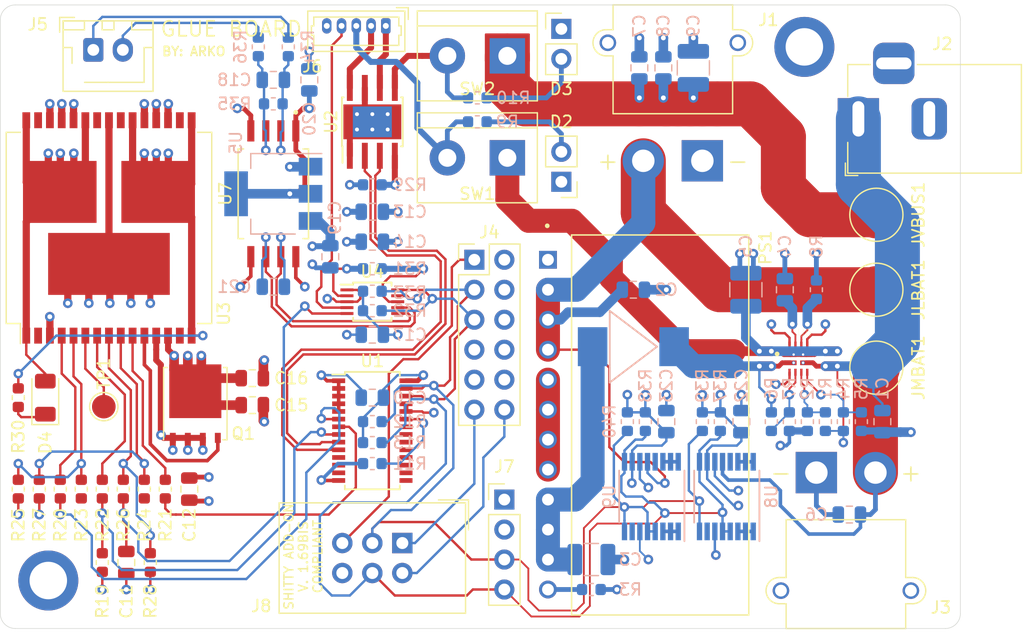
<source format=kicad_pcb>
(kicad_pcb (version 20171130) (host pcbnew "(5.1.5-0-10_14)")
  (layers (0 F.Cu signal) (1 In1.Cu signal hide) (2 In2.Cu signal hide) (31 B.Cu signal) (34 B.Paste user) (35 F.Paste user) (36 B.SilkS user) (37 F.SilkS user) (38 B.Mask user) (39 F.Mask user hide) (44 Edge.Cuts user))
  (net 0 "")
  (net 1 "Net-(U1-Pad22)")
  (net 2 "Net-(U1-Pad21)")
  (net 3 "Net-(U1-Pad20)")
  (net 4 "Net-(U1-Pad19)")
  (net 5 "Net-(U1-Pad18)")
  (net 6 "Net-(U1-Pad17)")
  (net 7 "Net-(U1-Pad16)")
  (net 8 "Net-(U1-Pad15)")
  (net 9 "Net-(U1-Pad13)")
  (net 10 "Net-(U1-Pad12)")
  (net 11 "Net-(U1-Pad11)")
  (net 12 "Net-(U3-Pad2)")
  (net 13 "Net-(PS1-Pad12)")
  (net 14 "Net-(PS1-Pad1)")
  (net 15 "Net-(U3-Pad29)")
  (net 16 "Net-(U3-Pad24)")
  (net 17 "Net-(U3-Pad22)")
  (net 18 "Net-(U3-Pad17)")
  (net 19 "Net-(U3-Pad14)")
  (net 20 "Net-(Q1-Pad4)")
  (net 21 GND)
  (net 22 "Net-(C1-Pad1)")
  (net 23 VBUS)
  (net 24 "Net-(C3-Pad1)")
  (net 25 "Net-(C4-Pad1)")
  (net 26 +5V)
  (net 27 "Net-(D1-Pad1)")
  (net 28 "Net-(R1-Pad2)")
  (net 29 "Net-(R4-Pad2)")
  (net 30 "Net-(R6-Pad2)")
  (net 31 "Net-(R8-Pad1)")
  (net 32 "Net-(C5-Pad1)")
  (net 33 "Net-(C7-Pad1)")
  (net 34 "Net-(D2-Pad2)")
  (net 35 "Net-(D3-Pad2)")
  (net 36 GPIO79)
  (net 37 GPIO50)
  (net 38 UART2_RX)
  (net 39 UART2_TX)
  (net 40 GPIO216)
  (net 41 SCL)
  (net 42 SDA)
  (net 43 VCC)
  (net 44 DRIVE_CS_ADC)
  (net 45 "Net-(D4-Pad1)")
  (net 46 STEERING_POS_ADC)
  (net 47 "Net-(J6-Pad2)")
  (net 48 "Net-(J6-Pad1)")
  (net 49 "Net-(R11-Pad2)")
  (net 50 INA)
  (net 51 INB)
  (net 52 DRIVE_PWM)
  (net 53 IN1)
  (net 54 IN2)
  (net 55 "Net-(R20-Pad1)")
  (net 56 "Net-(R21-Pad1)")
  (net 57 "Net-(R22-Pad1)")
  (net 58 ENA)
  (net 59 "Net-(R23-Pad1)")
  (net 60 ENB)
  (net 61 "Net-(R24-Pad1)")
  (net 62 "Net-(R26-Pad1)")
  (net 63 "Net-(R29-Pad1)")
  (net 64 "Net-(R31-Pad2)")
  (net 65 "Net-(TP1-Pad1)")
  (net 66 "Net-(C18-Pad2)")
  (net 67 "Net-(C18-Pad1)")
  (net 68 +5VA)
  (net 69 VMOTOR_N_ADC)
  (net 70 VMOTOR_P_ADC)
  (net 71 OUTA)
  (net 72 +3.3V)
  (net 73 OUTB)
  (net 74 VLOGIC_BAT)
  (net 75 VMOTOR_BAT)
  (net 76 "Net-(U8-Pad14)")
  (net 77 "Net-(U8-Pad13)")
  (net 78 "Net-(U8-Pad7)")
  (net 79 "Net-(U8-Pad1)")
  (net 80 "Net-(U9-Pad14)")
  (net 81 "Net-(U9-Pad13)")
  (net 82 "Net-(U9-Pad7)")
  (net 83 "Net-(U9-Pad1)")
  (module libs:CONV_R-745.0D (layer F.Cu) (at 217.424 82.042 270)
    (fp_text reference PS1 (at -14.986 -9.906 90) (layer F.SilkS))
    (fp_text value R-745.0D)
    (pad 12 thru_hole circle (at 13.97 8.5 270) (size 1.508 1.508) (drill 1) (layers *.Cu *.Mask) (net 13 "Net-(PS1-Pad12)"))
    (pad 11 thru_hole circle (at 11.43 8.5 270) (size 1.508 1.508) (drill 1) (layers *.Cu *.Mask) (net 24 "Net-(C3-Pad1)"))
    (pad 10 thru_hole circle (at 8.89 8.5 270) (size 1.508 1.508) (drill 1) (layers *.Cu *.Mask) (net 24 "Net-(C3-Pad1)"))
    (pad 9 thru_hole circle (at 6.35 8.5 270) (size 1.508 1.508) (drill 1) (layers *.Cu *.Mask) (net 24 "Net-(C3-Pad1)"))
    (pad 8 thru_hole circle (at 3.81 8.5 270) (size 1.508 1.508) (drill 1) (layers *.Cu *.Mask) (net 21 GND))
    (pad 7 thru_hole circle (at 1.27 8.5 270) (size 1.508 1.508) (drill 1) (layers *.Cu *.Mask) (net 21 GND))
    (pad 6 thru_hole circle (at -1.27 8.5 270) (size 1.508 1.508) (drill 1) (layers *.Cu *.Mask) (net 21 GND))
    (pad 5 thru_hole circle (at -3.81 8.5 270) (size 1.508 1.508) (drill 1) (layers *.Cu *.Mask) (net 21 GND))
    (pad 4 thru_hole circle (at -6.35 8.5 270) (size 1.508 1.508) (drill 1) (layers *.Cu *.Mask) (net 74 VLOGIC_BAT))
    (pad 3 thru_hole circle (at -8.89 8.5 270) (size 1.508 1.508) (drill 1) (layers *.Cu *.Mask) (net 74 VLOGIC_BAT))
    (pad 2 thru_hole circle (at -11.43 8.5 270) (size 1.508 1.508) (drill 1) (layers *.Cu *.Mask) (net 74 VLOGIC_BAT))
    (pad 1 thru_hole rect (at -13.97 8.5 270) (size 1.508 1.508) (drill 1) (layers *.Cu *.Mask) (net 14 "Net-(PS1-Pad1)"))
  )
  (module Resistor_SMD:R_0603_1608Metric (layer B.Cu) (at 202.946 54.356)
    (fp_text reference R10 (at 3.048 0) (layer B.SilkS) (effects (justify mirror)))
    (fp_text value 470)
    (pad 2 smd roundrect (at 0.7875 0) (size 0.875 0.95) (layers B.Cu B.Paste B.Mask) (net 35 "Net-(D3-Pad2)"))
    (pad 1 smd roundrect (at -0.7875 0) (size 0.875 0.95) (layers B.Cu B.Paste B.Mask) (net 23 VBUS))
  )
  (module Package_SO:TSSOP-16_4.4x5mm_P0.65mm (layer B.Cu) (at 217.678 88.138 90)
    (fp_text reference U9 (at 0 -3.556 90) (layer B.SilkS) (effects (justify mirror)))
    (fp_text value INA260)
    (pad 16 smd rect (at 2.95 2.275 90) (size 1.5 0.45) (layers B.Cu B.Paste B.Mask) (net 80 "Net-(U9-Pad14)"))
    (pad 15 smd rect (at 2.95 1.625 90) (size 1.5 0.45) (layers B.Cu B.Paste B.Mask) (net 80 "Net-(U9-Pad14)"))
    (pad 14 smd rect (at 2.95 0.975 90) (size 1.5 0.45) (layers B.Cu B.Paste B.Mask) (net 80 "Net-(U9-Pad14)"))
    (pad 13 smd rect (at 2.95 0.325 90) (size 1.5 0.45) (layers B.Cu B.Paste B.Mask) (net 81 "Net-(U9-Pad13)"))
    (pad 12 smd rect (at 2.95 -0.325 90) (size 1.5 0.45) (layers B.Cu B.Paste B.Mask) (net 74 VLOGIC_BAT))
    (pad 11 smd rect (at 2.95 -0.975 90) (size 1.5 0.45) (layers B.Cu B.Paste B.Mask) (net 21 GND))
    (pad 10 smd rect (at 2.95 -1.625 90) (size 1.5 0.45) (layers B.Cu B.Paste B.Mask) (net 26 +5V))
    (pad 9 smd rect (at 2.95 -2.275 90) (size 1.5 0.45) (layers B.Cu B.Paste B.Mask) (net 41 SCL))
    (pad 8 smd rect (at -2.95 -2.275 90) (size 1.5 0.45) (layers B.Cu B.Paste B.Mask) (net 42 SDA))
    (pad 7 smd rect (at -2.95 -1.625 90) (size 1.5 0.45) (layers B.Cu B.Paste B.Mask) (net 82 "Net-(U9-Pad7)"))
    (pad 6 smd rect (at -2.95 -0.975 90) (size 1.5 0.45) (layers B.Cu B.Paste B.Mask) (net 21 GND))
    (pad 5 smd rect (at -2.95 -0.325 90) (size 1.5 0.45) (layers B.Cu B.Paste B.Mask) (net 42 SDA))
    (pad 4 smd rect (at -2.95 0.325 90) (size 1.5 0.45) (layers B.Cu B.Paste B.Mask) (net 42 SDA))
    (pad 3 smd rect (at -2.95 0.975 90) (size 1.5 0.45) (layers B.Cu B.Paste B.Mask) (net 83 "Net-(U9-Pad1)"))
    (pad 2 smd rect (at -2.95 1.625 90) (size 1.5 0.45) (layers B.Cu B.Paste B.Mask) (net 83 "Net-(U9-Pad1)"))
    (pad 1 smd rect (at -2.95 2.275 90) (size 1.5 0.45) (layers B.Cu B.Paste B.Mask) (net 83 "Net-(U9-Pad1)"))
  )
  (module Package_SO:TSSOP-16_4.4x5mm_P0.65mm (layer B.Cu) (at 224.028 88.138 90)
    (fp_text reference U8 (at 0 3.81 90) (layer B.SilkS) (effects (justify mirror)))
    (fp_text value INA260)
    (pad 16 smd rect (at 2.95 2.275 90) (size 1.5 0.45) (layers B.Cu B.Paste B.Mask) (net 76 "Net-(U8-Pad14)"))
    (pad 15 smd rect (at 2.95 1.625 90) (size 1.5 0.45) (layers B.Cu B.Paste B.Mask) (net 76 "Net-(U8-Pad14)"))
    (pad 14 smd rect (at 2.95 0.975 90) (size 1.5 0.45) (layers B.Cu B.Paste B.Mask) (net 76 "Net-(U8-Pad14)"))
    (pad 13 smd rect (at 2.95 0.325 90) (size 1.5 0.45) (layers B.Cu B.Paste B.Mask) (net 77 "Net-(U8-Pad13)"))
    (pad 12 smd rect (at 2.95 -0.325 90) (size 1.5 0.45) (layers B.Cu B.Paste B.Mask) (net 75 VMOTOR_BAT))
    (pad 11 smd rect (at 2.95 -0.975 90) (size 1.5 0.45) (layers B.Cu B.Paste B.Mask) (net 21 GND))
    (pad 10 smd rect (at 2.95 -1.625 90) (size 1.5 0.45) (layers B.Cu B.Paste B.Mask) (net 26 +5V))
    (pad 9 smd rect (at 2.95 -2.275 90) (size 1.5 0.45) (layers B.Cu B.Paste B.Mask) (net 41 SCL))
    (pad 8 smd rect (at -2.95 -2.275 90) (size 1.5 0.45) (layers B.Cu B.Paste B.Mask) (net 42 SDA))
    (pad 7 smd rect (at -2.95 -1.625 90) (size 1.5 0.45) (layers B.Cu B.Paste B.Mask) (net 78 "Net-(U8-Pad7)"))
    (pad 6 smd rect (at -2.95 -0.975 90) (size 1.5 0.45) (layers B.Cu B.Paste B.Mask) (net 21 GND))
    (pad 5 smd rect (at -2.95 -0.325 90) (size 1.5 0.45) (layers B.Cu B.Paste B.Mask) (net 41 SCL))
    (pad 4 smd rect (at -2.95 0.325 90) (size 1.5 0.45) (layers B.Cu B.Paste B.Mask) (net 41 SCL))
    (pad 3 smd rect (at -2.95 0.975 90) (size 1.5 0.45) (layers B.Cu B.Paste B.Mask) (net 79 "Net-(U8-Pad1)"))
    (pad 2 smd rect (at -2.95 1.625 90) (size 1.5 0.45) (layers B.Cu B.Paste B.Mask) (net 79 "Net-(U8-Pad1)"))
    (pad 1 smd rect (at -2.95 2.275 90) (size 1.5 0.45) (layers B.Cu B.Paste B.Mask) (net 79 "Net-(U8-Pad1)"))
  )
  (module Resistor_SMD:R_0603_1608Metric (layer B.Cu) (at 215.646 81.788 270)
    (fp_text reference R40 (at 0 1.524 90) (layer B.SilkS) (effects (justify mirror)))
    (fp_text value 10k)
    (pad 2 smd roundrect (at 0.7875 0 270) (size 0.875 0.95) (layers B.Cu B.Paste B.Mask) (net 42 SDA))
    (pad 1 smd roundrect (at -0.7875 0 270) (size 0.875 0.95) (layers B.Cu B.Paste B.Mask) (net 26 +5V))
  )
  (module Resistor_SMD:R_0603_1608Metric (layer B.Cu) (at 221.996 81.788 270)
    (fp_text reference R39 (at -3.048 0 90) (layer B.SilkS) (effects (justify mirror)))
    (fp_text value 10k)
    (pad 2 smd roundrect (at 0.7875 0 270) (size 0.875 0.95) (layers B.Cu B.Paste B.Mask) (net 42 SDA))
    (pad 1 smd roundrect (at -0.7875 0 270) (size 0.875 0.95) (layers B.Cu B.Paste B.Mask) (net 26 +5V))
  )
  (module Resistor_SMD:R_0603_1608Metric (layer B.Cu) (at 217.17 81.788 270)
    (fp_text reference R38 (at -3.048 0 90) (layer B.SilkS) (effects (justify mirror)))
    (fp_text value 10k)
    (pad 2 smd roundrect (at 0.7875 0 270) (size 0.875 0.95) (layers B.Cu B.Paste B.Mask) (net 41 SCL))
    (pad 1 smd roundrect (at -0.7875 0 270) (size 0.875 0.95) (layers B.Cu B.Paste B.Mask) (net 26 +5V))
  )
  (module Resistor_SMD:R_0603_1608Metric (layer B.Cu) (at 223.52 81.788 270)
    (fp_text reference R37 (at -3.048 0 90) (layer B.SilkS) (effects (justify mirror)))
    (fp_text value 10k)
    (pad 2 smd roundrect (at 0.7875 0 270) (size 0.875 0.95) (layers B.Cu B.Paste B.Mask) (net 41 SCL))
    (pad 1 smd roundrect (at -0.7875 0 270) (size 0.875 0.95) (layers B.Cu B.Paste B.Mask) (net 26 +5V))
  )
  (module Capacitor_SMD:C_0805_2012Metric (layer B.Cu) (at 218.948 81.788 90)
    (fp_text reference C23 (at 3.048 0 90) (layer B.SilkS) (effects (justify mirror)))
    (fp_text value 1uF)
    (pad 2 smd roundrect (at 0.9375 0 90) (size 0.975 1.4) (layers B.Cu B.Paste B.Mask) (net 21 GND))
    (pad 1 smd roundrect (at -0.9375 0 90) (size 0.975 1.4) (layers B.Cu B.Paste B.Mask) (net 26 +5V))
  )
  (module Capacitor_SMD:C_0805_2012Metric (layer B.Cu) (at 225.298 81.788 90)
    (fp_text reference C22 (at 3.048 0 90) (layer B.SilkS) (effects (justify mirror)))
    (fp_text value 1uF)
    (pad 2 smd roundrect (at 0.9375 0 90) (size 0.975 1.4) (layers B.Cu B.Paste B.Mask) (net 21 GND))
    (pad 1 smd roundrect (at -0.9375 0 90) (size 0.975 1.4) (layers B.Cu B.Paste B.Mask) (net 26 +5V))
  )
  (module libs:SOIC127P1150X280-8N (layer F.Cu) (at 185.674 62.484 270)
    (fp_text reference U7 (at 0 4.064 90) (layer F.SilkS))
    (fp_text value AMC1301DWVR)
    (pad 8 smd rect (at 5.33 -1.905 270) (size 1.8 0.6) (layers F.Cu F.Paste F.Mask) (net 26 +5V))
    (pad 7 smd rect (at 5.33 -0.635 270) (size 1.8 0.6) (layers F.Cu F.Paste F.Mask) (net 70 VMOTOR_P_ADC))
    (pad 6 smd rect (at 5.33 0.635 270) (size 1.8 0.6) (layers F.Cu F.Paste F.Mask) (net 69 VMOTOR_N_ADC))
    (pad 5 smd rect (at 5.33 1.905 270) (size 1.8 0.6) (layers F.Cu F.Paste F.Mask) (net 21 GND))
    (pad 4 smd rect (at -5.33 1.905 270) (size 1.8 0.6) (layers F.Cu F.Paste F.Mask) (net 21 GND))
    (pad 3 smd rect (at -5.33 0.635 270) (size 1.8 0.6) (layers F.Cu F.Paste F.Mask) (net 66 "Net-(C18-Pad2)"))
    (pad 2 smd rect (at -5.33 -0.635 270) (size 1.8 0.6) (layers F.Cu F.Paste F.Mask) (net 67 "Net-(C18-Pad1)"))
    (pad 1 smd rect (at -5.33 -1.905 270) (size 1.8 0.6) (layers F.Cu F.Paste F.Mask) (net 68 +5VA))
  )
  (module Package_TO_SOT_SMD:SOT-223-3_TabPin2 (layer B.Cu) (at 185.674 62.484 180)
    (fp_text reference U5 (at 3.175 4.318 270) (layer B.SilkS) (effects (justify mirror)))
    (fp_text value NCP1117-5.0_SOT223)
    (pad 1 smd rect (at -3.15 2.3 180) (size 2 1.5) (layers B.Cu B.Paste B.Mask) (net 21 GND))
    (pad 3 smd rect (at -3.15 -2.3 180) (size 2 1.5) (layers B.Cu B.Paste B.Mask) (net 23 VBUS))
    (pad 2 smd rect (at -3.15 0 180) (size 2 1.5) (layers B.Cu B.Paste B.Mask) (net 68 +5VA))
    (pad 2 smd rect (at 3.15 0 180) (size 2 3.8) (layers B.Cu B.Paste B.Mask) (net 68 +5VA))
  )
  (module Resistor_SMD:R_0603_1608Metric (layer B.Cu) (at 184.404 50.038 90)
    (fp_text reference R36 (at 0 -1.524 270) (layer B.SilkS) (effects (justify mirror)))
    (fp_text value 10k)
    (pad 2 smd roundrect (at 0.7875 0 90) (size 0.875 0.95) (layers B.Cu B.Paste B.Mask) (net 73 OUTB))
    (pad 1 smd roundrect (at -0.7875 0 90) (size 0.875 0.95) (layers B.Cu B.Paste B.Mask) (net 66 "Net-(C18-Pad2)"))
  )
  (module Resistor_SMD:R_0603_1608Metric (layer B.Cu) (at 185.674 54.864 180)
    (fp_text reference R35 (at 3.302 0) (layer B.SilkS) (effects (justify mirror)))
    (fp_text value 470R)
    (pad 2 smd roundrect (at 0.7875 0 180) (size 0.875 0.95) (layers B.Cu B.Paste B.Mask) (net 66 "Net-(C18-Pad2)"))
    (pad 1 smd roundrect (at -0.7875 0 180) (size 0.875 0.95) (layers B.Cu B.Paste B.Mask) (net 67 "Net-(C18-Pad1)"))
  )
  (module Resistor_SMD:R_0603_1608Metric (layer B.Cu) (at 186.944 50.038 270)
    (fp_text reference R34 (at 0 -1.651 270) (layer B.SilkS) (effects (justify mirror)))
    (fp_text value 10k)
    (pad 2 smd roundrect (at 0.7875 0 270) (size 0.875 0.95) (layers B.Cu B.Paste B.Mask) (net 67 "Net-(C18-Pad1)"))
    (pad 1 smd roundrect (at -0.7875 0 270) (size 0.875 0.95) (layers B.Cu B.Paste B.Mask) (net 71 OUTA))
  )
  (module Connector_IDC:IDC-Header_2x03_P2.54mm_Vertical (layer F.Cu) (at 196.596 92.075 270)
    (fp_text reference J8 (at 5.334 11.938 180) (layer F.SilkS))
    (fp_text value Conn_02x03_Odd_Even)
    (pad 6 thru_hole oval (at 2.54 5.08 270) (size 1.7272 1.7272) (drill 1.016) (layers *.Cu *.Mask) (net 21 GND))
    (pad 5 thru_hole oval (at 0 5.08 270) (size 1.7272 1.7272) (drill 1.016) (layers *.Cu *.Mask) (net 72 +3.3V))
    (pad 4 thru_hole oval (at 2.54 2.54 270) (size 1.7272 1.7272) (drill 1.016) (layers *.Cu *.Mask) (net 41 SCL))
    (pad 3 thru_hole oval (at 0 2.54 270) (size 1.7272 1.7272) (drill 1.016) (layers *.Cu *.Mask) (net 42 SDA))
    (pad 2 thru_hole oval (at 2.54 0 270) (size 1.7272 1.7272) (drill 1.016) (layers *.Cu *.Mask) (net 36 GPIO79))
    (pad 1 thru_hole rect (at 0 0 270) (size 1.7272 1.7272) (drill 1.016) (layers *.Cu *.Mask) (net 37 GPIO50))
  )
  (module Connector_PinHeader_2.54mm:PinHeader_1x04_P2.54mm_Vertical (layer F.Cu) (at 205.232 88.392)
    (fp_text reference J7 (at 0 -2.794) (layer F.SilkS))
    (fp_text value Conn_01x04_Male)
    (pad 4 thru_hole oval (at 0 7.62) (size 1.7 1.7) (drill 1) (layers *.Cu *.Mask) (net 41 SCL))
    (pad 3 thru_hole oval (at 0 5.08) (size 1.7 1.7) (drill 1) (layers *.Cu *.Mask) (net 42 SDA))
    (pad 2 thru_hole oval (at 0 2.54) (size 1.7 1.7) (drill 1) (layers *.Cu *.Mask) (net 21 GND))
    (pad 1 thru_hole rect (at 0 0) (size 1.7 1.7) (drill 1) (layers *.Cu *.Mask) (net 26 +5V))
  )
  (module Capacitor_SMD:C_0805_2012Metric (layer B.Cu) (at 185.674 70.358 180)
    (fp_text reference C21 (at 3.302 0) (layer B.SilkS) (effects (justify mirror)))
    (fp_text value 33nF)
    (pad 2 smd roundrect (at 0.9375 0 180) (size 0.975 1.4) (layers B.Cu B.Paste B.Mask) (net 69 VMOTOR_N_ADC))
    (pad 1 smd roundrect (at -0.9375 0 180) (size 0.975 1.4) (layers B.Cu B.Paste B.Mask) (net 70 VMOTOR_P_ADC))
  )
  (module Capacitor_SMD:C_0805_2012Metric (layer B.Cu) (at 188.722 52.832 90)
    (fp_text reference C20 (at -3.302 0 90) (layer B.SilkS) (effects (justify mirror)))
    (fp_text value 10uF)
    (pad 2 smd roundrect (at 0.9375 0 90) (size 0.975 1.4) (layers B.Cu B.Paste B.Mask) (net 21 GND))
    (pad 1 smd roundrect (at -0.9375 0 90) (size 0.975 1.4) (layers B.Cu B.Paste B.Mask) (net 68 +5VA))
  )
  (module Capacitor_SMD:C_0805_2012Metric (layer B.Cu) (at 190.5 67.818 270)
    (fp_text reference C19 (at -3.302 -0.381 90) (layer B.SilkS) (effects (justify mirror)))
    (fp_text value 10uF)
    (pad 2 smd roundrect (at 0.9375 0 270) (size 0.975 1.4) (layers B.Cu B.Paste B.Mask) (net 21 GND))
    (pad 1 smd roundrect (at -0.9375 0 270) (size 0.975 1.4) (layers B.Cu B.Paste B.Mask) (net 23 VBUS))
  )
  (module Capacitor_SMD:C_0805_2012Metric (layer B.Cu) (at 185.674 52.832 180)
    (fp_text reference C18 (at 3.302 0) (layer B.SilkS) (effects (justify mirror)))
    (fp_text value 33nF)
    (pad 2 smd roundrect (at 0.9375 0 180) (size 0.975 1.4) (layers B.Cu B.Paste B.Mask) (net 66 "Net-(C18-Pad2)"))
    (pad 1 smd roundrect (at -0.9375 0 180) (size 0.975 1.4) (layers B.Cu B.Paste B.Mask) (net 67 "Net-(C18-Pad1)"))
  )
  (module Package_TO_SOT_SMD:TDSON-8-1 (layer F.Cu) (at 179.07 80.264 90)
    (fp_text reference Q1 (at -2.54 4.064 180) (layer F.SilkS))
    (fp_text value CSD17501Q5A)
    (pad 5 smd rect (at 1.05 0 90) (size 4.55 4.41) (layers F.Cu) (net 43 VCC))
    (pad 4 smd rect (at -2.9 1.905 90) (size 0.85 0.5) (layers F.Cu F.Paste F.Mask) (net 20 "Net-(Q1-Pad4)"))
    (pad 3 smd rect (at -2.9 0.635 90) (size 0.85 0.5) (layers F.Cu F.Paste F.Mask) (net 23 VBUS))
    (pad 2 smd rect (at -2.9 -0.635 90) (size 0.85 0.5) (layers F.Cu F.Paste F.Mask) (net 23 VBUS))
    (pad 1 smd rect (at -2.9 -1.905 90) (size 0.85 0.5) (layers F.Cu F.Paste F.Mask) (net 23 VBUS))
  )
  (module Package_SO:Texas_HTSOP-8-1EP_3.9x4.9mm_P1.27mm_EP2.95x4.9mm_Mask2.4x3.1mm_ThermalVias (layer F.Cu) (at 194.056 56.388 90)
    (fp_text reference U2 (at 0 -3.5 90) (layer F.SilkS))
    (fp_text value DRV8871DDA)
    (pad 9 thru_hole circle (at 0.65 1.3 90) (size 0.63 0.63) (drill 0.33) (layers *.Cu *.Mask) (net 21 GND))
    (pad 9 thru_hole circle (at -0.65 1.3 90) (size 0.63 0.63) (drill 0.33) (layers *.Cu *.Mask) (net 21 GND))
    (pad 9 thru_hole circle (at 0.65 -1.3 90) (size 0.63 0.63) (drill 0.33) (layers *.Cu *.Mask) (net 21 GND))
    (pad 9 thru_hole circle (at 0.65 0 90) (size 0.63 0.63) (drill 0.33) (layers *.Cu *.Mask) (net 21 GND))
    (pad 9 thru_hole circle (at -0.65 0 90) (size 0.63 0.63) (drill 0.33) (layers *.Cu *.Mask) (net 21 GND))
    (pad 9 thru_hole circle (at -0.65 -1.3 90) (size 0.63 0.63) (drill 0.33) (layers *.Cu *.Mask) (net 21 GND))
    (pad 9 smd rect (at 0 0 90) (size 2.95 4.9) (layers F.Cu) (net 21 GND))
    (pad 8 smd rect (at 2.875 -1.905 90) (size 2.2 0.5) (layers F.Cu F.Paste F.Mask) (net 47 "Net-(J6-Pad2)"))
    (pad 7 smd rect (at 2.875 -0.635 90) (size 2.2 0.5) (layers F.Cu F.Paste F.Mask) (net 21 GND))
    (pad 6 smd rect (at 2.875 0.635 90) (size 2.2 0.5) (layers F.Cu F.Paste F.Mask) (net 48 "Net-(J6-Pad1)"))
    (pad 5 smd rect (at 2.875 1.905 90) (size 2.2 0.5) (layers F.Cu F.Paste F.Mask) (net 23 VBUS))
    (pad 4 smd rect (at -2.875 1.905 90) (size 2.2 0.5) (layers F.Cu F.Paste F.Mask) (net 63 "Net-(R29-Pad1)"))
    (pad 3 smd rect (at -2.875 0.635 90) (size 2.2 0.5) (layers F.Cu F.Paste F.Mask) (net 53 IN1))
    (pad 2 smd rect (at -2.875 -0.635 90) (size 2.2 0.5) (layers F.Cu F.Paste F.Mask) (net 54 IN2))
    (pad 1 smd rect (at -2.875 -1.905 90) (size 2.2 0.5) (layers F.Cu F.Paste F.Mask) (net 21 GND))
    (pad 9 smd rect (at 0 0 90) (size 2.6 3.3) (layers B.Cu) (net 21 GND))
  )
  (module TestPoint:TestPoint_Pad_D2.0mm (layer F.Cu) (at 171.323 80.518 270)
    (fp_text reference TP1 (at -2.794 0 90) (layer F.SilkS))
    (fp_text value TestPoint)
    (pad 1 smd circle (at 0 0 270) (size 2 2) (layers F.Cu F.Mask) (net 65 "Net-(TP1-Pad1)"))
  )
  (module Resistor_SMD:R_0603_1608Metric (layer B.Cu) (at 194.056 70.739)
    (fp_text reference R33 (at 3.175 0.127) (layer B.SilkS) (effects (justify mirror)))
    (fp_text value 10k)
    (pad 2 smd roundrect (at 0.7875 0) (size 0.875 0.95) (layers B.Cu B.Paste B.Mask) (net 42 SDA))
    (pad 1 smd roundrect (at -0.7875 0) (size 0.875 0.95) (layers B.Cu B.Paste B.Mask) (net 26 +5V))
  )
  (module Resistor_SMD:R_0603_1608Metric (layer B.Cu) (at 194.056 72.39)
    (fp_text reference R32 (at 3.175 0) (layer B.SilkS) (effects (justify mirror)))
    (fp_text value 10k)
    (pad 2 smd roundrect (at 0.7875 0) (size 0.875 0.95) (layers B.Cu B.Paste B.Mask) (net 41 SCL))
    (pad 1 smd roundrect (at -0.7875 0) (size 0.875 0.95) (layers B.Cu B.Paste B.Mask) (net 26 +5V))
  )
  (module Resistor_SMD:R_0603_1608Metric (layer B.Cu) (at 194.056 68.834 180)
    (fp_text reference R31 (at -3.175 0) (layer B.SilkS) (effects (justify mirror)))
    (fp_text value 10k)
    (pad 2 smd roundrect (at 0.7875 0 180) (size 0.875 0.95) (layers B.Cu B.Paste B.Mask) (net 64 "Net-(R31-Pad2)"))
    (pad 1 smd roundrect (at -0.7875 0 180) (size 0.875 0.95) (layers B.Cu B.Paste B.Mask) (net 26 +5V))
  )
  (module Resistor_SMD:R_0603_1608Metric (layer F.Cu) (at 164.084 79.756 90)
    (fp_text reference R30 (at -3.302 0 90) (layer F.SilkS))
    (fp_text value 4.7k)
    (pad 2 smd roundrect (at 0.7875 0 90) (size 0.875 0.95) (layers F.Cu F.Paste F.Mask) (net 73 OUTB))
    (pad 1 smd roundrect (at -0.7875 0 90) (size 0.875 0.95) (layers F.Cu F.Paste F.Mask) (net 45 "Net-(D4-Pad1)"))
  )
  (module Resistor_SMD:R_0603_1608Metric (layer B.Cu) (at 194.056 61.722 180)
    (fp_text reference R29 (at -3.175 0) (layer B.SilkS) (effects (justify mirror)))
    (fp_text value 30K)
    (pad 2 smd roundrect (at 0.7875 0 180) (size 0.875 0.95) (layers B.Cu B.Paste B.Mask) (net 21 GND))
    (pad 1 smd roundrect (at -0.7875 0 180) (size 0.875 0.95) (layers B.Cu B.Paste B.Mask) (net 63 "Net-(R29-Pad1)"))
  )
  (module Resistor_SMD:R_0603_1608Metric (layer F.Cu) (at 175.26 93.726 270)
    (fp_text reference R28 (at 3.302 0 90) (layer F.SilkS))
    (fp_text value 1k)
    (pad 2 smd roundrect (at 0.7875 0 270) (size 0.875 0.95) (layers F.Cu F.Paste F.Mask) (net 21 GND))
    (pad 1 smd roundrect (at -0.7875 0 270) (size 0.875 0.95) (layers F.Cu F.Paste F.Mask) (net 62 "Net-(R26-Pad1)"))
  )
  (module Resistor_SMD:R_0603_1608Metric (layer F.Cu) (at 165.862 87.503 90)
    (fp_text reference R27 (at -3.048 0 90) (layer F.SilkS))
    (fp_text value 4.7k)
    (pad 2 smd roundrect (at 0.7875 0 90) (size 0.875 0.95) (layers F.Cu F.Paste F.Mask) (net 61 "Net-(R24-Pad1)"))
    (pad 1 smd roundrect (at -0.7875 0 90) (size 0.875 0.95) (layers F.Cu F.Paste F.Mask) (net 26 +5V))
  )
  (module Resistor_SMD:R_0603_1608Metric (layer F.Cu) (at 172.974 87.503 270)
    (fp_text reference R26 (at 3.048 0 90) (layer F.SilkS))
    (fp_text value 10k)
    (pad 2 smd roundrect (at 0.7875 0 270) (size 0.875 0.95) (layers F.Cu F.Paste F.Mask) (net 44 DRIVE_CS_ADC))
    (pad 1 smd roundrect (at -0.7875 0 270) (size 0.875 0.95) (layers F.Cu F.Paste F.Mask) (net 62 "Net-(R26-Pad1)"))
  )
  (module Resistor_SMD:R_0603_1608Metric (layer F.Cu) (at 164.084 87.503 90)
    (fp_text reference R25 (at -3.048 0 90) (layer F.SilkS))
    (fp_text value 4.7k)
    (pad 2 smd roundrect (at 0.7875 0 90) (size 0.875 0.95) (layers F.Cu F.Paste F.Mask) (net 59 "Net-(R23-Pad1)"))
    (pad 1 smd roundrect (at -0.7875 0 90) (size 0.875 0.95) (layers F.Cu F.Paste F.Mask) (net 26 +5V))
  )
  (module Resistor_SMD:R_0603_1608Metric (layer F.Cu) (at 174.752 87.503 270)
    (fp_text reference R24 (at 3.048 0 90) (layer F.SilkS))
    (fp_text value 1k)
    (pad 2 smd roundrect (at 0.7875 0 270) (size 0.875 0.95) (layers F.Cu F.Paste F.Mask) (net 60 ENB))
    (pad 1 smd roundrect (at -0.7875 0 270) (size 0.875 0.95) (layers F.Cu F.Paste F.Mask) (net 61 "Net-(R24-Pad1)"))
  )
  (module Resistor_SMD:R_0603_1608Metric (layer F.Cu) (at 169.418 87.503 270)
    (fp_text reference R23 (at 3.048 0 90) (layer F.SilkS))
    (fp_text value 1k)
    (pad 2 smd roundrect (at 0.7875 0 270) (size 0.875 0.95) (layers F.Cu F.Paste F.Mask) (net 58 ENA))
    (pad 1 smd roundrect (at -0.7875 0 270) (size 0.875 0.95) (layers F.Cu F.Paste F.Mask) (net 59 "Net-(R23-Pad1)"))
  )
  (module Resistor_SMD:R_0603_1608Metric (layer F.Cu) (at 171.196 87.503 270)
    (fp_text reference R22 (at 3.048 0 90) (layer F.SilkS))
    (fp_text value 1k)
    (pad 2 smd roundrect (at 0.7875 0 270) (size 0.875 0.95) (layers F.Cu F.Paste F.Mask) (net 52 DRIVE_PWM))
    (pad 1 smd roundrect (at -0.7875 0 270) (size 0.875 0.95) (layers F.Cu F.Paste F.Mask) (net 57 "Net-(R22-Pad1)"))
  )
  (module Resistor_SMD:R_0603_1608Metric (layer F.Cu) (at 176.53 87.503 270)
    (fp_text reference R21 (at 3.048 0 90) (layer F.SilkS))
    (fp_text value 1k)
    (pad 2 smd roundrect (at 0.7875 0 270) (size 0.875 0.95) (layers F.Cu F.Paste F.Mask) (net 51 INB))
    (pad 1 smd roundrect (at -0.7875 0 270) (size 0.875 0.95) (layers F.Cu F.Paste F.Mask) (net 56 "Net-(R21-Pad1)"))
  )
  (module Resistor_SMD:R_0603_1608Metric (layer F.Cu) (at 167.64 87.503 270)
    (fp_text reference R20 (at 3.048 0 90) (layer F.SilkS))
    (fp_text value 1k)
    (pad 2 smd roundrect (at 0.7875 0 270) (size 0.875 0.95) (layers F.Cu F.Paste F.Mask) (net 50 INA))
    (pad 1 smd roundrect (at -0.7875 0 270) (size 0.875 0.95) (layers F.Cu F.Paste F.Mask) (net 55 "Net-(R20-Pad1)"))
  )
  (module Resistor_SMD:R_0603_1608Metric (layer F.Cu) (at 171.196 93.726 270)
    (fp_text reference R19 (at 3.302 0 90) (layer F.SilkS))
    (fp_text value 10k)
    (pad 2 smd roundrect (at 0.7875 0 270) (size 0.875 0.95) (layers F.Cu F.Paste F.Mask) (net 21 GND))
    (pad 1 smd roundrect (at -0.7875 0 270) (size 0.875 0.95) (layers F.Cu F.Paste F.Mask) (net 52 DRIVE_PWM))
  )
  (module Resistor_SMD:R_0603_1608Metric (layer B.Cu) (at 194.056 83.566)
    (fp_text reference R13 (at 3.175 0) (layer B.SilkS) (effects (justify mirror)))
    (fp_text value 10k)
    (pad 2 smd roundrect (at 0.7875 0) (size 0.875 0.95) (layers B.Cu B.Paste B.Mask) (net 41 SCL))
    (pad 1 smd roundrect (at -0.7875 0) (size 0.875 0.95) (layers B.Cu B.Paste B.Mask) (net 26 +5V))
  )
  (module Resistor_SMD:R_0603_1608Metric (layer B.Cu) (at 194.056 81.788)
    (fp_text reference R12 (at 3.175 0) (layer B.SilkS) (effects (justify mirror)))
    (fp_text value 10k)
    (pad 2 smd roundrect (at 0.7875 0) (size 0.875 0.95) (layers B.Cu B.Paste B.Mask) (net 42 SDA))
    (pad 1 smd roundrect (at -0.7875 0) (size 0.875 0.95) (layers B.Cu B.Paste B.Mask) (net 26 +5V))
  )
  (module Resistor_SMD:R_0603_1608Metric (layer B.Cu) (at 194.056 85.344)
    (fp_text reference R11 (at 3.175 0) (layer B.SilkS) (effects (justify mirror)))
    (fp_text value 10k)
    (pad 2 smd roundrect (at 0.7875 0) (size 0.875 0.95) (layers B.Cu B.Paste B.Mask) (net 49 "Net-(R11-Pad2)"))
    (pad 1 smd roundrect (at -0.7875 0) (size 0.875 0.95) (layers B.Cu B.Paste B.Mask) (net 21 GND))
  )
  (module Connector_Molex:Molex_PicoBlade_53047-0510_1x05_P1.25mm_Vertical (layer F.Cu) (at 195.199 48.26 180)
    (fp_text reference J6 (at 6.223 -3.429) (layer F.SilkS))
    (fp_text value Conn_01x05_Female)
    (pad 5 thru_hole oval (at 5 0 180) (size 0.8 1.3) (drill 0.5) (layers *.Cu *.Mask) (net 21 GND))
    (pad 4 thru_hole oval (at 3.75 0 180) (size 0.8 1.3) (drill 0.5) (layers *.Cu *.Mask) (net 46 STEERING_POS_ADC))
    (pad 3 thru_hole oval (at 2.5 0 180) (size 0.8 1.3) (drill 0.5) (layers *.Cu *.Mask) (net 26 +5V))
    (pad 2 thru_hole oval (at 1.25 0 180) (size 0.8 1.3) (drill 0.5) (layers *.Cu *.Mask) (net 47 "Net-(J6-Pad2)"))
    (pad 1 thru_hole roundrect (at 0 0 180) (size 0.8 1.3) (drill 0.5) (layers *.Cu *.Mask) (net 48 "Net-(J6-Pad1)"))
  )
  (module Connector_JST:JST_XH_B2B-XH-AM_1x02_P2.50mm_Vertical (layer F.Cu) (at 170.434 50.292)
    (fp_text reference J5 (at -4.699 -2.159) (layer F.SilkS))
    (fp_text value Conn_01x02_Male)
    (pad "" np_thru_hole circle (at -1.6 2) (size 1.2 1.2) (drill 1.2) (layers *.Cu *.Mask))
    (pad 2 thru_hole oval (at 2.5 0) (size 1.7 2) (drill 1) (layers *.Cu *.Mask) (net 73 OUTB))
    (pad 1 thru_hole roundrect (at 0 0) (size 1.7 2) (drill 1) (layers *.Cu *.Mask) (roundrect_rratio 0.147059) (net 71 OUTA))
  )
  (module LED_SMD:LED_1206_3216Metric (layer F.Cu) (at 166.37 79.756 90)
    (fp_text reference D4 (at -3.81 0 90) (layer F.SilkS))
    (fp_text value LED_Dual_2pin)
    (pad 2 smd roundrect (at 1.4 0 90) (size 1.25 1.75) (layers F.Cu F.Paste F.Mask) (roundrect_rratio 0.2) (net 71 OUTA))
    (pad 1 smd roundrect (at -1.4 0 90) (size 1.25 1.75) (layers F.Cu F.Paste F.Mask) (roundrect_rratio 0.2) (net 45 "Net-(D4-Pad1)"))
  )
  (module Capacitor_SMD:C_0805_2012Metric (layer B.Cu) (at 194.056 74.422 180)
    (fp_text reference C17 (at -3.175 0) (layer B.SilkS) (effects (justify mirror)))
    (fp_text value 1uF)
    (pad 2 smd roundrect (at 0.9375 0 180) (size 0.975 1.4) (layers B.Cu B.Paste B.Mask) (net 21 GND))
    (pad 1 smd roundrect (at -0.9375 0 180) (size 0.975 1.4) (layers B.Cu B.Paste B.Mask) (net 26 +5V))
  )
  (module Capacitor_SMD:C_0805_2012Metric (layer F.Cu) (at 183.896 78.105)
    (fp_text reference C16 (at 3.302 0) (layer F.SilkS))
    (fp_text value 0.1uF)
    (pad 2 smd roundrect (at 0.9375 0) (size 0.975 1.4) (layers F.Cu F.Paste F.Mask) (net 21 GND))
    (pad 1 smd roundrect (at -0.9375 0) (size 0.975 1.4) (layers F.Cu F.Paste F.Mask) (net 43 VCC))
  )
  (module Capacitor_SMD:C_0805_2012Metric (layer F.Cu) (at 183.896 80.391)
    (fp_text reference C15 (at 3.302 0) (layer F.SilkS))
    (fp_text value 47uF)
    (pad 2 smd roundrect (at 0.9375 0) (size 0.975 1.4) (layers F.Cu F.Paste F.Mask) (net 21 GND))
    (pad 1 smd roundrect (at -0.9375 0) (size 0.975 1.4) (layers F.Cu F.Paste F.Mask) (net 43 VCC))
  )
  (module Capacitor_SMD:C_0805_2012Metric (layer B.Cu) (at 194.056 66.548)
    (fp_text reference C14 (at 3.175 0) (layer B.SilkS) (effects (justify mirror)))
    (fp_text value 0.1uF)
    (pad 2 smd roundrect (at 0.9375 0) (size 0.975 1.4) (layers B.Cu B.Paste B.Mask) (net 21 GND))
    (pad 1 smd roundrect (at -0.9375 0) (size 0.975 1.4) (layers B.Cu B.Paste B.Mask) (net 23 VBUS))
  )
  (module Capacitor_SMD:C_0805_2012Metric (layer B.Cu) (at 194.056 64.008)
    (fp_text reference C13 (at 3.175 0) (layer B.SilkS) (effects (justify mirror)))
    (fp_text value 22uF)
    (pad 2 smd roundrect (at 0.9375 0) (size 0.975 1.4) (layers B.Cu B.Paste B.Mask) (net 21 GND))
    (pad 1 smd roundrect (at -0.9375 0) (size 0.975 1.4) (layers B.Cu B.Paste B.Mask) (net 23 VBUS))
  )
  (module Capacitor_SMD:C_0805_2012Metric (layer F.Cu) (at 178.562 87.503 270)
    (fp_text reference C12 (at 3.048 0 90) (layer F.SilkS))
    (fp_text value 0.1uF)
    (pad 2 smd roundrect (at 0.9375 0 270) (size 0.975 1.4) (layers F.Cu F.Paste F.Mask) (net 21 GND))
    (pad 1 smd roundrect (at -0.9375 0 270) (size 0.975 1.4) (layers F.Cu F.Paste F.Mask) (net 23 VBUS))
  )
  (module Capacitor_SMD:C_0805_2012Metric (layer F.Cu) (at 173.228 93.726 270)
    (fp_text reference C11 (at 3.302 0 90) (layer F.SilkS))
    (fp_text value 33nF)
    (pad 2 smd roundrect (at 0.9375 0 270) (size 0.975 1.4) (layers F.Cu F.Paste F.Mask) (net 21 GND))
    (pad 1 smd roundrect (at -0.9375 0 270) (size 0.975 1.4) (layers F.Cu F.Paste F.Mask) (net 44 DRIVE_CS_ADC))
  )
  (module Capacitor_SMD:C_0805_2012Metric (layer B.Cu) (at 194.056 79.756 180)
    (fp_text reference C10 (at -3.175 0) (layer B.SilkS) (effects (justify mirror)))
    (fp_text value 0.1uF)
    (pad 2 smd roundrect (at 0.9375 0 180) (size 0.975 1.4) (layers B.Cu B.Paste B.Mask) (net 21 GND))
    (pad 1 smd roundrect (at -0.9375 0 180) (size 0.975 1.4) (layers B.Cu B.Paste B.Mask) (net 26 +5V))
  )
  (module TerminalBlock:TerminalBlock_bornier-2_P5.08mm (layer F.Cu) (at 205.486 50.8 180)
    (fp_text reference SW2 (at 2.54 -2.794) (layer F.SilkS))
    (fp_text value SW_SPST)
    (pad 2 thru_hole circle (at 5.08 0 180) (size 3 3) (drill 1.52) (layers *.Cu *.Mask) (net 23 VBUS))
    (pad 1 thru_hole rect (at 0 0 180) (size 3 3) (drill 1.52) (layers *.Cu *.Mask) (net 33 "Net-(C7-Pad1)"))
  )
  (module TerminalBlock:TerminalBlock_bornier-2_P5.08mm (layer F.Cu) (at 205.486 59.436 180)
    (fp_text reference SW1 (at 2.54 -3.048) (layer F.SilkS))
    (fp_text value SW_SPST)
    (pad 2 thru_hole circle (at 5.08 0 180) (size 3 3) (drill 1.52) (layers *.Cu *.Mask) (net 26 +5V))
    (pad 1 thru_hole rect (at 0 0 180) (size 3 3) (drill 1.52) (layers *.Cu *.Mask) (net 32 "Net-(C5-Pad1)"))
  )
  (module Resistor_SMD:R_0603_1608Metric (layer B.Cu) (at 202.946 56.388)
    (fp_text reference R9 (at 2.54 0 180) (layer B.SilkS) (effects (justify mirror)))
    (fp_text value 47R)
    (pad 2 smd roundrect (at 0.7875 0) (size 0.875 0.95) (layers B.Cu B.Paste B.Mask) (net 34 "Net-(D2-Pad2)"))
    (pad 1 smd roundrect (at -0.7875 0) (size 0.875 0.95) (layers B.Cu B.Paste B.Mask) (net 26 +5V))
  )
  (module Connector_PinHeader_2.54mm:PinHeader_2x06_P2.54mm_Vertical (layer F.Cu) (at 202.692 68.072)
    (fp_text reference J4 (at 1.27 -2.33) (layer F.SilkS))
    (fp_text value Conn_02x06_Odd_Even)
    (pad 12 thru_hole oval (at 2.54 12.7) (size 1.7 1.7) (drill 1) (layers *.Cu *.Mask) (net 36 GPIO79))
    (pad 11 thru_hole oval (at 0 12.7) (size 1.7 1.7) (drill 1) (layers *.Cu *.Mask) (net 37 GPIO50))
    (pad 10 thru_hole oval (at 2.54 10.16) (size 1.7 1.7) (drill 1) (layers *.Cu *.Mask) (net 38 UART2_RX))
    (pad 9 thru_hole oval (at 0 10.16) (size 1.7 1.7) (drill 1) (layers *.Cu *.Mask) (net 21 GND))
    (pad 8 thru_hole oval (at 2.54 7.62) (size 1.7 1.7) (drill 1) (layers *.Cu *.Mask) (net 39 UART2_TX))
    (pad 7 thru_hole oval (at 0 7.62) (size 1.7 1.7) (drill 1) (layers *.Cu *.Mask) (net 40 GPIO216))
    (pad 6 thru_hole oval (at 2.54 5.08) (size 1.7 1.7) (drill 1) (layers *.Cu *.Mask) (net 21 GND))
    (pad 5 thru_hole oval (at 0 5.08) (size 1.7 1.7) (drill 1) (layers *.Cu *.Mask) (net 41 SCL))
    (pad 4 thru_hole oval (at 2.54 2.54) (size 1.7 1.7) (drill 1) (layers *.Cu *.Mask) (net 26 +5V))
    (pad 3 thru_hole oval (at 0 2.54) (size 1.7 1.7) (drill 1) (layers *.Cu *.Mask) (net 42 SDA))
    (pad 2 thru_hole oval (at 2.54 0) (size 1.7 1.7) (drill 1) (layers *.Cu *.Mask) (net 26 +5V))
    (pad 1 thru_hole rect (at 0 0) (size 1.7 1.7) (drill 1) (layers *.Cu *.Mask) (net 72 +3.3V))
  )
  (module Connector_PinHeader_2.54mm:PinHeader_1x02_P2.54mm_Vertical (layer F.Cu) (at 210.058 48.514)
    (fp_text reference D3 (at 0 5.08) (layer F.SilkS))
    (fp_text value LED)
    (pad 2 thru_hole oval (at 0 2.54) (size 1.7 1.7) (drill 1) (layers *.Cu *.Mask) (net 35 "Net-(D3-Pad2)"))
    (pad 1 thru_hole rect (at 0 0) (size 1.7 1.7) (drill 1) (layers *.Cu *.Mask) (net 21 GND))
  )
  (module Connector_PinHeader_2.54mm:PinHeader_1x02_P2.54mm_Vertical (layer F.Cu) (at 210.058 61.468 180)
    (fp_text reference D2 (at 0 5.08) (layer F.SilkS))
    (fp_text value LED)
    (pad 2 thru_hole oval (at 0 2.54 180) (size 1.7 1.7) (drill 1) (layers *.Cu *.Mask) (net 34 "Net-(D2-Pad2)"))
    (pad 1 thru_hole rect (at 0 0 180) (size 1.7 1.7) (drill 1) (layers *.Cu *.Mask) (net 21 GND))
  )
  (module TestPoint:TestPoint_Pad_D4.0mm (layer F.Cu) (at 236.728 64.262 270)
    (fp_text reference JVBUS1 (at 0 -3.556 90) (layer F.SilkS))
    (fp_text value TestPoint)
    (pad 1 smd circle (at 0 0 270) (size 4 4) (layers F.Cu F.Mask) (net 33 "Net-(C7-Pad1)"))
  )
  (module TestPoint:TestPoint_Pad_D4.0mm (layer F.Cu) (at 236.728 77.216 270)
    (fp_text reference JMBAT1 (at 0 -3.556 90) (layer F.SilkS))
    (fp_text value TestPoint)
    (pad 1 smd circle (at 0 0 270) (size 4 4) (layers F.Cu F.Mask) (net 75 VMOTOR_BAT))
  )
  (module TestPoint:TestPoint_Pad_D4.0mm (layer F.Cu) (at 236.728 70.612 270)
    (fp_text reference JLBAT1 (at 0 -3.556 90) (layer F.SilkS))
    (fp_text value TestPoint)
    (pad 1 smd circle (at 0 0 270) (size 4 4) (layers F.Cu F.Mask) (net 74 VLOGIC_BAT))
  )
  (module Connector_AMASS:AMASS_XT30PW-M_1x02_P2.50mm_Horizontal (layer F.Cu) (at 231.648 86.106 180)
    (fp_text reference J3 (at -10.541 -11.43) (layer F.SilkS))
    (fp_text value Conn_01x02_Male)
    (fp_text user + (at -8 0) (layer F.SilkS) (effects (font (size 1.5 1.5))))
    (fp_text user - (at 3 0) (layer F.SilkS) (effects (font (size 1.5 1.5))))
    (pad 2 thru_hole circle (at -5 0 180) (size 3.5 3.5) (drill 1.9) (layers *.Cu *.Mask) (net 75 VMOTOR_BAT))
    (pad 1 thru_hole rect (at 0 0 180) (size 3.5 3.5) (drill 1.9) (layers *.Cu *.Mask) (net 21 GND))
    (pad "" thru_hole circle (at -8 -10 180) (size 1.4 1.4) (drill 1) (layers *.Cu *.Mask))
    (pad "" thru_hole circle (at 3 -10 180) (size 1.4 1.4) (drill 1) (layers *.Cu *.Mask))
  )
  (module Capacitor_SMD:C_1210_3225Metric (layer B.Cu) (at 221.234 51.816 90)
    (fp_text reference C9 (at 3.556 0 90) (layer B.SilkS) (effects (justify mirror)))
    (fp_text value 100uF)
    (pad 2 smd roundrect (at 1.4 0 90) (size 1.25 2.65) (layers B.Cu B.Paste B.Mask) (roundrect_rratio 0.2) (net 21 GND))
    (pad 1 smd roundrect (at -1.4 0 90) (size 1.25 2.65) (layers B.Cu B.Paste B.Mask) (roundrect_rratio 0.2) (net 33 "Net-(C7-Pad1)"))
  )
  (module Capacitor_SMD:C_0805_2012Metric (layer B.Cu) (at 218.694 51.816 90)
    (fp_text reference C8 (at 3.556 0 90) (layer B.SilkS) (effects (justify mirror)))
    (fp_text value 10uF)
    (pad 2 smd roundrect (at 0.9375 0 90) (size 0.975 1.4) (layers B.Cu B.Paste B.Mask) (net 21 GND))
    (pad 1 smd roundrect (at -0.9375 0 90) (size 0.975 1.4) (layers B.Cu B.Paste B.Mask) (net 33 "Net-(C7-Pad1)"))
  )
  (module Capacitor_SMD:C_0805_2012Metric (layer B.Cu) (at 216.662 51.816 90)
    (fp_text reference C7 (at 3.556 0 90) (layer B.SilkS) (effects (justify mirror)))
    (fp_text value 1uF)
    (pad 2 smd roundrect (at 0.9375 0 90) (size 0.975 1.4) (layers B.Cu B.Paste B.Mask) (net 21 GND))
    (pad 1 smd roundrect (at -0.9375 0 90) (size 0.975 1.4) (layers B.Cu B.Paste B.Mask) (net 33 "Net-(C7-Pad1)"))
  )
  (module Capacitor_SMD:C_0805_2012Metric (layer B.Cu) (at 234.442 89.662 180)
    (fp_text reference C6 (at 2.794 0) (layer B.SilkS) (effects (justify mirror)))
    (fp_text value 1uF)
    (pad 2 smd roundrect (at 0.9375 0 180) (size 0.975 1.4) (layers B.Cu B.Paste B.Mask) (net 21 GND))
    (pad 1 smd roundrect (at -0.9375 0 180) (size 0.975 1.4) (layers B.Cu B.Paste B.Mask) (net 75 VMOTOR_BAT))
  )
  (module Resistor_SMD:R_0603_1608Metric (layer B.Cu) (at 231.648 70.612 90)
    (fp_text reference R8 (at 3.683 0 90) (layer B.SilkS) (effects (justify mirror)))
    (fp_text value 18.7k)
    (pad 2 smd roundrect (at 0.7875 0 90) (size 0.875 0.95) (layers B.Cu B.Paste B.Mask) (net 21 GND))
    (pad 1 smd roundrect (at -0.7875 0 90) (size 0.875 0.95) (layers B.Cu B.Paste B.Mask) (net 31 "Net-(R8-Pad1)"))
  )
  (module Resistor_SMD:R_0603_1608Metric (layer B.Cu) (at 229.362 81.788 270)
    (fp_text reference R7 (at -2.794 0 270) (layer B.SilkS) (effects (justify mirror)))
    (fp_text value 5k)
    (pad 2 smd roundrect (at 0.7875 0 270) (size 0.875 0.95) (layers B.Cu B.Paste B.Mask) (net 21 GND))
    (pad 1 smd roundrect (at -0.7875 0 270) (size 0.875 0.95) (layers B.Cu B.Paste B.Mask) (net 30 "Net-(R6-Pad2)"))
  )
  (module Resistor_SMD:R_0603_1608Metric (layer B.Cu) (at 227.838 81.788 270)
    (fp_text reference R6 (at -2.794 0 270) (layer B.SilkS) (effects (justify mirror)))
    (fp_text value 23.7k)
    (pad 2 smd roundrect (at 0.7875 0 270) (size 0.875 0.95) (layers B.Cu B.Paste B.Mask) (net 30 "Net-(R6-Pad2)"))
    (pad 1 smd roundrect (at -0.7875 0 270) (size 0.875 0.95) (layers B.Cu B.Paste B.Mask) (net 27 "Net-(D1-Pad1)"))
  )
  (module Resistor_SMD:R_0603_1608Metric (layer B.Cu) (at 235.458 81.788 270)
    (fp_text reference R5 (at -2.794 0 270) (layer B.SilkS) (effects (justify mirror)))
    (fp_text value 5k)
    (pad 2 smd roundrect (at 0.7875 0 270) (size 0.875 0.95) (layers B.Cu B.Paste B.Mask) (net 21 GND))
    (pad 1 smd roundrect (at -0.7875 0 270) (size 0.875 0.95) (layers B.Cu B.Paste B.Mask) (net 29 "Net-(R4-Pad2)"))
  )
  (module Resistor_SMD:R_0603_1608Metric (layer B.Cu) (at 233.934 81.788 90)
    (fp_text reference R4 (at 2.794 0 270) (layer B.SilkS) (effects (justify mirror)))
    (fp_text value 10.2k)
    (pad 2 smd roundrect (at 0.7875 0 90) (size 0.875 0.95) (layers B.Cu B.Paste B.Mask) (net 29 "Net-(R4-Pad2)"))
    (pad 1 smd roundrect (at -0.7875 0 90) (size 0.875 0.95) (layers B.Cu B.Paste B.Mask) (net 22 "Net-(C1-Pad1)"))
  )
  (module Resistor_SMD:R_0603_1608Metric (layer B.Cu) (at 212.598 96.012)
    (fp_text reference R3 (at 3.302 0) (layer B.SilkS) (effects (justify mirror)))
    (fp_text value 2.6k)
    (pad 2 smd roundrect (at 0.7875 0) (size 0.875 0.95) (layers B.Cu B.Paste B.Mask) (net 21 GND))
    (pad 1 smd roundrect (at -0.7875 0) (size 0.875 0.95) (layers B.Cu B.Paste B.Mask) (net 13 "Net-(PS1-Pad12)"))
  )
  (module Resistor_SMD:R_0603_1608Metric (layer B.Cu) (at 230.886 81.788 270)
    (fp_text reference R2 (at -2.794 0 270) (layer B.SilkS) (effects (justify mirror)))
    (fp_text value 5k)
    (pad 2 smd roundrect (at 0.7875 0 270) (size 0.875 0.95) (layers B.Cu B.Paste B.Mask) (net 21 GND))
    (pad 1 smd roundrect (at -0.7875 0 270) (size 0.875 0.95) (layers B.Cu B.Paste B.Mask) (net 28 "Net-(R1-Pad2)"))
  )
  (module Resistor_SMD:R_0603_1608Metric (layer B.Cu) (at 232.41 81.788 90)
    (fp_text reference R1 (at 2.794 0 270) (layer B.SilkS) (effects (justify mirror)))
    (fp_text value 23.7k)
    (pad 2 smd roundrect (at 0.7875 0 90) (size 0.875 0.95) (layers B.Cu B.Paste B.Mask) (net 28 "Net-(R1-Pad2)"))
    (pad 1 smd roundrect (at -0.7875 0 90) (size 0.875 0.95) (layers B.Cu B.Paste B.Mask) (net 22 "Net-(C1-Pad1)"))
  )
  (module agg:DO-214AB-SMC (layer B.Cu) (at 216.154 75.438 180)
    (fp_text reference D1)
    (fp_text value STPS5L60S)
    (pad 2 smd rect (at 3.45 0 180) (size 2.5 3.3) (layers B.Cu B.Paste B.Mask) (net 24 "Net-(C3-Pad1)"))
    (pad 1 smd rect (at -3.45 0 180) (size 2.5 3.3) (layers B.Cu B.Paste B.Mask) (net 27 "Net-(D1-Pad1)"))
  )
  (module Capacitor_SMD:C_1210_3225Metric (layer B.Cu) (at 225.679 70.612 90)
    (fp_text reference C5 (at 3.683 0 90) (layer B.SilkS) (effects (justify mirror)))
    (fp_text value 100uF)
    (pad 2 smd roundrect (at 1.4 0 90) (size 1.25 2.65) (layers B.Cu B.Paste B.Mask) (roundrect_rratio 0.2) (net 21 GND))
    (pad 1 smd roundrect (at -1.4 0 90) (size 1.25 2.65) (layers B.Cu B.Paste B.Mask) (roundrect_rratio 0.2) (net 32 "Net-(C5-Pad1)"))
  )
  (module Capacitor_SMD:C_0805_2012Metric (layer B.Cu) (at 228.981 70.612 90)
    (fp_text reference C4 (at 3.683 0 270) (layer B.SilkS) (effects (justify mirror)))
    (fp_text value 1uF)
    (pad 2 smd roundrect (at 0.9375 0 90) (size 0.975 1.4) (layers B.Cu B.Paste B.Mask) (net 21 GND))
    (pad 1 smd roundrect (at -0.9375 0 90) (size 0.975 1.4) (layers B.Cu B.Paste B.Mask) (net 25 "Net-(C4-Pad1)"))
  )
  (module Capacitor_SMD:C_1210_3225Metric (layer B.Cu) (at 212.598 93.472)
    (fp_text reference C3 (at 3.302 0) (layer B.SilkS) (effects (justify mirror)))
    (fp_text value 100uF)
    (pad 2 smd roundrect (at 1.4 0) (size 1.25 2.65) (layers B.Cu B.Paste B.Mask) (roundrect_rratio 0.2) (net 21 GND))
    (pad 1 smd roundrect (at -1.4 0) (size 1.25 2.65) (layers B.Cu B.Paste B.Mask) (roundrect_rratio 0.2) (net 24 "Net-(C3-Pad1)"))
  )
  (module Capacitor_SMD:C_0805_2012Metric (layer B.Cu) (at 216.154 70.612)
    (fp_text reference C2 (at 2.794 0) (layer B.SilkS) (effects (justify mirror)))
    (fp_text value 1uF)
    (pad 2 smd roundrect (at 0.9375 0) (size 0.975 1.4) (layers B.Cu B.Paste B.Mask) (net 21 GND))
    (pad 1 smd roundrect (at -0.9375 0) (size 0.975 1.4) (layers B.Cu B.Paste B.Mask) (net 74 VLOGIC_BAT))
  )
  (module Capacitor_SMD:C_0805_2012Metric (layer B.Cu) (at 237.236 81.788 270)
    (fp_text reference C1 (at -2.794 0 270) (layer B.SilkS) (effects (justify mirror)))
    (fp_text value 1uF)
    (pad 2 smd roundrect (at 0.9375 0 270) (size 0.975 1.4) (layers B.Cu B.Paste B.Mask) (net 21 GND))
    (pad 1 smd roundrect (at -0.9375 0 270) (size 0.975 1.4) (layers B.Cu B.Paste B.Mask) (net 22 "Net-(C1-Pad1)"))
  )
  (module Connector_BarrelJack:BarrelJack_Horizontal (layer F.Cu) (at 235.204 56.134 180)
    (fp_text reference J2 (at -7.112 6.35) (layer F.SilkS))
    (fp_text value Barrel_Jack)
    (pad 3 thru_hole roundrect (at -3 4.7 180) (size 3.5 3.5) (drill oval 3 1) (layers *.Cu *.Mask))
    (pad 2 thru_hole roundrect (at -6 0 180) (size 3 3.5) (drill oval 1 3) (layers *.Cu *.Mask) (net 21 GND))
    (pad 1 thru_hole rect (at 0 0 180) (size 3.5 3.5) (drill oval 1 3) (layers *.Cu *.Mask) (net 22 "Net-(C1-Pad1)"))
  )
  (module Connector_AMASS:AMASS_XT30PW-M_1x02_P2.50mm_Horizontal (layer F.Cu) (at 221.996 59.69)
    (fp_text reference J1 (at 5.588 -11.938) (layer F.SilkS))
    (fp_text value Conn_01x02_Male)
    (fp_text user + (at -8 0) (layer F.SilkS) (effects (font (size 1.5 1.5))))
    (fp_text user - (at 3 0) (layer F.SilkS) (effects (font (size 1.5 1.5))))
    (pad 2 thru_hole circle (at -5 0) (size 3.5 3.5) (drill 1.9) (layers *.Cu *.Mask) (net 74 VLOGIC_BAT))
    (pad 1 thru_hole rect (at 0 0) (size 3.5 3.5) (drill 1.9) (layers *.Cu *.Mask) (net 21 GND))
    (pad "" thru_hole circle (at -8 -10) (size 1.4 1.4) (drill 1) (layers *.Cu *.Mask))
    (pad "" thru_hole circle (at 3 -10) (size 1.4 1.4) (drill 1) (layers *.Cu *.Mask))
  )
  (module libs:IC_TPS2121RUXR (layer F.Cu) (at 230.124 76.454)
    (fp_text reference U6 (at 0.532 -2.2064) (layer F.SilkS) (effects (font (size 0.64 0.64) (thickness 0.015))))
    (fp_text value TPS2121RUXR)
    (pad 8_1 thru_hole circle (at 0.4 -0.35) (size 0.3 0.3) (drill 0.2) (layers *.Cu) (net 32 "Net-(C5-Pad1)"))
    (pad 7_1 thru_hole circle (at 0.4 0.35) (size 0.3 0.3) (drill 0.2) (layers *.Cu) (net 22 "Net-(C1-Pad1)"))
    (pad 2_1 thru_hole circle (at -0.4 0.35) (size 0.3 0.3) (drill 0.2) (layers *.Cu) (net 27 "Net-(D1-Pad1)"))
    (pad 1_1 thru_hole circle (at -0.4 -0.35) (size 0.3 0.3) (drill 0.2) (layers *.Cu) (net 32 "Net-(C5-Pad1)"))
    (pad 12 smd rect (at -0.75 -1.15) (size 0.2 0.6) (layers F.Cu F.Paste) (net 21 GND))
    (pad 11 smd rect (at -0.25 -1.15) (size 0.2 0.6) (layers F.Cu F.Paste) (net 25 "Net-(C4-Pad1)"))
    (pad 10 smd rect (at 0.25 -1.15) (size 0.2 0.6) (layers F.Cu F.Paste) (net 31 "Net-(R8-Pad1)"))
    (pad 9 smd rect (at 0.75 -1.15) (size 0.2 0.6) (layers F.Cu F.Paste) (net 21 GND))
    (pad 8 smd rect (at 0.675 -0.35) (size 1.05 0.4) (layers F.Cu F.Paste) (net 32 "Net-(C5-Pad1)"))
    (pad 7 smd rect (at 0.675 0.35) (size 1.05 0.4) (layers F.Cu F.Paste) (net 22 "Net-(C1-Pad1)"))
    (pad 6 smd rect (at 0.75 1.15) (size 0.2 0.6) (layers F.Cu F.Paste) (net 29 "Net-(R4-Pad2)"))
    (pad 5 smd rect (at 0.25 1.15) (size 0.2 0.6) (layers F.Cu F.Paste) (net 28 "Net-(R1-Pad2)"))
    (pad 4 smd rect (at -0.25 1.15) (size 0.2 0.6) (layers F.Cu F.Paste) (net 30 "Net-(R6-Pad2)"))
    (pad 3 smd rect (at -0.75 1.15) (size 0.2 0.6) (layers F.Cu F.Paste) (net 21 GND))
    (pad 2 smd rect (at -0.675 0.35) (size 1.05 0.4) (layers F.Cu F.Paste) (net 27 "Net-(D1-Pad1)"))
    (pad 1 smd rect (at -0.675 -0.35) (size 1.05 0.4) (layers F.Cu F.Paste) (net 32 "Net-(C5-Pad1)"))
  )
  (module Package_SO:TSSOP-10_3x3mm_P0.5mm (layer F.Cu) (at 194.056 71.628)
    (fp_text reference U4 (at 0 -2.55) (layer F.SilkS))
    (fp_text value ADS1115IDGS)
    (pad 10 smd rect (at 2.15 -1) (size 1.1 0.25) (layers F.Cu F.Paste F.Mask) (net 41 SCL))
    (pad 9 smd rect (at 2.15 -0.5) (size 1.1 0.25) (layers F.Cu F.Paste F.Mask) (net 42 SDA))
    (pad 8 smd rect (at 2.15 0) (size 1.1 0.25) (layers F.Cu F.Paste F.Mask) (net 26 +5V))
    (pad 7 smd rect (at 2.15 0.5) (size 1.1 0.25) (layers F.Cu F.Paste F.Mask) (net 69 VMOTOR_N_ADC))
    (pad 6 smd rect (at 2.15 1) (size 1.1 0.25) (layers F.Cu F.Paste F.Mask) (net 70 VMOTOR_P_ADC))
    (pad 5 smd rect (at -2.15 1) (size 1.1 0.25) (layers F.Cu F.Paste F.Mask) (net 44 DRIVE_CS_ADC))
    (pad 4 smd rect (at -2.15 0.5) (size 1.1 0.25) (layers F.Cu F.Paste F.Mask) (net 46 STEERING_POS_ADC))
    (pad 3 smd rect (at -2.15 0) (size 1.1 0.25) (layers F.Cu F.Paste F.Mask) (net 21 GND))
    (pad 2 smd rect (at -2.15 -0.5) (size 1.1 0.25) (layers F.Cu F.Paste F.Mask) (net 64 "Net-(R31-Pad2)"))
    (pad 1 smd rect (at -2.15 -1) (size 1.1 0.25) (layers F.Cu F.Paste F.Mask) (net 21 GND))
  )
  (module Package_SO:ST_MultiPowerSO-30 (layer F.Cu) (at 171.76 65.376 90)
    (fp_text reference U3 (at -7.268 9.723 90) (layer F.SilkS))
    (fp_text value VNH5019ATR-E)
    (pad 33 smd rect (at 3.05 -4.165 90) (size 5.25 6.23) (layers F.Cu F.Paste F.Mask) (net 71 OUTA))
    (pad 31 smd rect (at -3.05 0 90) (size 5.25 10.3) (layers F.Cu F.Paste F.Mask) (net 43 VCC))
    (pad 30 smd rect (at 9.125 -7) (size 0.66 1.35) (layers F.Cu F.Paste F.Mask) (net 71 OUTA))
    (pad 1 smd rect (at -9.125 -7) (size 0.66 1.35) (layers F.Cu F.Paste F.Mask) (net 71 OUTA))
    (pad 29 smd rect (at 9.125 -6) (size 0.66 1.35) (layers F.Cu F.Paste F.Mask) (net 15 "Net-(U3-Pad29)"))
    (pad 2 smd rect (at -9.125 -6) (size 0.66 1.35) (layers F.Cu F.Paste F.Mask) (net 12 "Net-(U3-Pad2)"))
    (pad 28 smd rect (at 9.125 -5) (size 0.66 1.35) (layers F.Cu F.Paste F.Mask) (net 21 GND))
    (pad 3 smd rect (at -9.125 -5) (size 0.66 1.35) (layers F.Cu F.Paste F.Mask) (net 43 VCC))
    (pad 27 smd rect (at 9.125 -4) (size 0.66 1.35) (layers F.Cu F.Paste F.Mask) (net 21 GND))
    (pad 4 smd rect (at -9.125 -4) (size 0.66 1.35) (layers F.Cu F.Paste F.Mask) (net 55 "Net-(R20-Pad1)"))
    (pad 26 smd rect (at 9.125 -3) (size 0.66 1.35) (layers F.Cu F.Paste F.Mask) (net 21 GND))
    (pad 5 smd rect (at -9.125 -3) (size 0.66 1.35) (layers F.Cu F.Paste F.Mask) (net 59 "Net-(R23-Pad1)"))
    (pad 25 smd rect (at 9.125 -2) (size 0.66 1.35) (layers F.Cu F.Paste F.Mask) (net 71 OUTA))
    (pad 6 smd rect (at -9.125 -2) (size 0.66 1.35) (layers F.Cu F.Paste F.Mask) (net 65 "Net-(TP1-Pad1)"))
    (pad 24 smd rect (at 9.125 -1) (size 0.66 1.35) (layers F.Cu F.Paste F.Mask) (net 16 "Net-(U3-Pad24)"))
    (pad 7 smd rect (at -9.125 -1) (size 0.66 1.35) (layers F.Cu F.Paste F.Mask) (net 57 "Net-(R22-Pad1)"))
    (pad 23 smd rect (at 9.125 0) (size 0.66 1.35) (layers F.Cu F.Paste F.Mask) (net 43 VCC))
    (pad 8 smd rect (at -9.125 0) (size 0.66 1.35) (layers F.Cu F.Paste F.Mask) (net 62 "Net-(R26-Pad1)"))
    (pad 22 smd rect (at 9.125 1) (size 0.66 1.35) (layers F.Cu F.Paste F.Mask) (net 17 "Net-(U3-Pad22)"))
    (pad 9 smd rect (at -9.125 1) (size 0.66 1.35) (layers F.Cu F.Paste F.Mask) (net 61 "Net-(R24-Pad1)"))
    (pad 21 smd rect (at 9.125 2) (size 0.66 1.35) (layers F.Cu F.Paste F.Mask) (net 73 OUTB))
    (pad 10 smd rect (at -9.125 2) (size 0.66 1.35) (layers F.Cu F.Paste F.Mask) (net 56 "Net-(R21-Pad1)"))
    (pad 20 smd rect (at 9.125 3) (size 0.66 1.35) (layers F.Cu F.Paste F.Mask) (net 21 GND))
    (pad 11 smd rect (at -9.125 3) (size 0.66 1.35) (layers F.Cu F.Paste F.Mask) (net 20 "Net-(Q1-Pad4)"))
    (pad 19 smd rect (at 9.125 4) (size 0.66 1.35) (layers F.Cu F.Paste F.Mask) (net 21 GND))
    (pad 12 smd rect (at -9.125 4) (size 0.66 1.35) (layers F.Cu F.Paste F.Mask) (net 23 VBUS))
    (pad 18 smd rect (at 9.125 5) (size 0.66 1.35) (layers F.Cu F.Paste F.Mask) (net 21 GND))
    (pad 13 smd rect (at -9.125 5) (size 0.66 1.35) (layers F.Cu F.Paste F.Mask) (net 43 VCC))
    (pad 17 smd rect (at 9.125 6) (size 0.66 1.35) (layers F.Cu F.Paste F.Mask) (net 18 "Net-(U3-Pad17)"))
    (pad 14 smd rect (at -9.125 6) (size 0.66 1.35) (layers F.Cu F.Paste F.Mask) (net 19 "Net-(U3-Pad14)"))
    (pad 16 smd rect (at 9.125 7) (size 0.66 1.35) (layers F.Cu F.Paste F.Mask) (net 73 OUTB))
    (pad 15 smd rect (at -9.125 7) (size 0.66 1.35) (layers F.Cu F.Paste F.Mask) (net 73 OUTB))
    (pad 32 smd rect (at 3.05 4.165 90) (size 5.25 6.23) (layers F.Cu F.Paste F.Mask) (net 73 OUTB))
  )
  (module Package_SO:TSSOP-28_4.4x9.7mm_P0.65mm (layer F.Cu) (at 194.056 82.55)
    (fp_text reference U1 (at 0 -5.9) (layer F.SilkS))
    (fp_text value PCA9685PW)
    (pad 28 smd rect (at 2.85 -4.225) (size 1.1 0.4) (layers F.Cu F.Paste F.Mask) (net 26 +5V))
    (pad 27 smd rect (at 2.85 -3.575) (size 1.1 0.4) (layers F.Cu F.Paste F.Mask) (net 42 SDA))
    (pad 26 smd rect (at 2.85 -2.925) (size 1.1 0.4) (layers F.Cu F.Paste F.Mask) (net 41 SCL))
    (pad 25 smd rect (at 2.85 -2.275) (size 1.1 0.4) (layers F.Cu F.Paste F.Mask) (net 21 GND))
    (pad 24 smd rect (at 2.85 -1.625) (size 1.1 0.4) (layers F.Cu F.Paste F.Mask) (net 21 GND))
    (pad 23 smd rect (at 2.85 -0.975) (size 1.1 0.4) (layers F.Cu F.Paste F.Mask) (net 49 "Net-(R11-Pad2)"))
    (pad 22 smd rect (at 2.85 -0.325) (size 1.1 0.4) (layers F.Cu F.Paste F.Mask) (net 1 "Net-(U1-Pad22)"))
    (pad 21 smd rect (at 2.85 0.325) (size 1.1 0.4) (layers F.Cu F.Paste F.Mask) (net 2 "Net-(U1-Pad21)"))
    (pad 20 smd rect (at 2.85 0.975) (size 1.1 0.4) (layers F.Cu F.Paste F.Mask) (net 3 "Net-(U1-Pad20)"))
    (pad 19 smd rect (at 2.85 1.625) (size 1.1 0.4) (layers F.Cu F.Paste F.Mask) (net 4 "Net-(U1-Pad19)"))
    (pad 18 smd rect (at 2.85 2.275) (size 1.1 0.4) (layers F.Cu F.Paste F.Mask) (net 5 "Net-(U1-Pad18)"))
    (pad 17 smd rect (at 2.85 2.925) (size 1.1 0.4) (layers F.Cu F.Paste F.Mask) (net 6 "Net-(U1-Pad17)"))
    (pad 16 smd rect (at 2.85 3.575) (size 1.1 0.4) (layers F.Cu F.Paste F.Mask) (net 7 "Net-(U1-Pad16)"))
    (pad 15 smd rect (at 2.85 4.225) (size 1.1 0.4) (layers F.Cu F.Paste F.Mask) (net 8 "Net-(U1-Pad15)"))
    (pad 14 smd rect (at -2.85 4.225) (size 1.1 0.4) (layers F.Cu F.Paste F.Mask) (net 21 GND))
    (pad 13 smd rect (at -2.85 3.575) (size 1.1 0.4) (layers F.Cu F.Paste F.Mask) (net 9 "Net-(U1-Pad13)"))
    (pad 12 smd rect (at -2.85 2.925) (size 1.1 0.4) (layers F.Cu F.Paste F.Mask) (net 10 "Net-(U1-Pad12)"))
    (pad 11 smd rect (at -2.85 2.275) (size 1.1 0.4) (layers F.Cu F.Paste F.Mask) (net 11 "Net-(U1-Pad11)"))
    (pad 10 smd rect (at -2.85 1.625) (size 1.1 0.4) (layers F.Cu F.Paste F.Mask) (net 54 IN2))
    (pad 9 smd rect (at -2.85 0.975) (size 1.1 0.4) (layers F.Cu F.Paste F.Mask) (net 53 IN1))
    (pad 8 smd rect (at -2.85 0.325) (size 1.1 0.4) (layers F.Cu F.Paste F.Mask) (net 52 DRIVE_PWM))
    (pad 7 smd rect (at -2.85 -0.325) (size 1.1 0.4) (layers F.Cu F.Paste F.Mask) (net 51 INB))
    (pad 6 smd rect (at -2.85 -0.975) (size 1.1 0.4) (layers F.Cu F.Paste F.Mask) (net 50 INA))
    (pad 5 smd rect (at -2.85 -1.625) (size 1.1 0.4) (layers F.Cu F.Paste F.Mask) (net 21 GND))
    (pad 4 smd rect (at -2.85 -2.275) (size 1.1 0.4) (layers F.Cu F.Paste F.Mask) (net 21 GND))
    (pad 3 smd rect (at -2.85 -2.925) (size 1.1 0.4) (layers F.Cu F.Paste F.Mask) (net 21 GND))
    (pad 2 smd rect (at -2.85 -3.575) (size 1.1 0.4) (layers F.Cu F.Paste F.Mask) (net 21 GND))
    (pad 1 smd rect (at -2.85 -4.225) (size 1.1 0.4) (layers F.Cu F.Paste F.Mask) (net 21 GND))
  )
  (gr_arc (start 163.83 47.752) (end 163.83 46.482) (angle -90) (layer Edge.Cuts) (width 0.05))
  (gr_arc (start 163.83 98.044) (end 162.56 98.044) (angle -90) (layer Edge.Cuts) (width 0.05))
  (gr_arc (start 242.57 98.044) (end 242.57 99.314) (angle -90) (layer Edge.Cuts) (width 0.05))
  (gr_arc (start 242.57 47.752) (end 243.84 47.752) (angle -90) (layer Edge.Cuts) (width 0.05))
  (gr_text "BY: ARKO" (at 178.943 50.419) (layer F.SilkS) (effects (font (size 0.762 0.762))))
  (gr_text "GLUE BOARD" (at 182.118 48.514) (layer F.SilkS) (effects (font (size 1.27 1.27))))
  (gr_line (start 162.56 47.752) (end 162.56 98.044) (layer Edge.Cuts) (width 0.05))
  (gr_line (start 242.57 46.482) (end 163.83 46.482) (layer Edge.Cuts) (width 0.05))
  (gr_line (start 242.57 99.314) (end 163.83 99.314) (layer Edge.Cuts) (width 0.05))
  (gr_line (start 243.84 47.752) (end 243.84 98.044) (layer Edge.Cuts) (width 0.05))
  (gr_text "SHITTY ADD-ON\nV. 1.69BIS\nCOMPLIANT" (at 188.214 93.218 90) (layer F.SilkS) (effects (font (size 0.762 0.762) (thickness 0.127))))
  (via (at 230.632 50.038) (size 5.08) (drill 3.175) (layers F.Cu B.Cu) (net 0))
  (via (at 166.624 95.25) (size 5.08) (drill 3.175) (layers F.Cu B.Cu) (net 0))
  (via (at 189.738 81.534) (size 0.8) (drill 0.4) (layers F.Cu B.Cu) (net 50))
  (via (at 167.64 89.662) (size 0.8) (drill 0.4) (layers F.Cu B.Cu) (net 50))
  (via (at 164.084 77.724) (size 0.8) (drill 0.4) (layers F.Cu B.Cu) (net 73))
  (via (at 164.084 85.344) (size 0.8) (drill 0.4) (layers F.Cu B.Cu) (net 59))
  (via (at 165.862 85.344) (size 0.8) (drill 0.4) (layers F.Cu B.Cu) (net 61))
  (via (at 172.974 85.344) (size 0.8) (drill 0.4) (layers F.Cu B.Cu) (net 62))
  (via (at 175.26 91.44) (size 0.8) (drill 0.4) (layers F.Cu B.Cu) (net 62))
  (via (at 184.912 76.581) (size 0.8128) (drill 0.4064) (layers F.Cu B.Cu) (net 21))
  (via (at 184.912 81.788) (size 0.8128) (drill 0.4064) (layers F.Cu B.Cu) (net 21))
  (via (at 166.751 72.898) (size 0.8128) (drill 0.4064) (layers F.Cu B.Cu) (net 43))
  (via (at 168.275 71.755) (size 0.8128) (drill 0.4064) (layers F.Cu B.Cu) (net 43))
  (via (at 170.053 71.755) (size 0.8128) (drill 0.4064) (layers F.Cu B.Cu) (net 43))
  (via (at 173.609 71.755) (size 0.8128) (drill 0.4064) (layers F.Cu B.Cu) (net 43))
  (via (at 171.831 71.755) (size 0.8128) (drill 0.4064) (layers F.Cu B.Cu) (net 43))
  (via (at 176.784 59.055) (size 0.8128) (drill 0.4064) (layers F.Cu B.Cu) (net 73))
  (via (at 175.768 59.055) (size 0.8128) (drill 0.4064) (layers F.Cu B.Cu) (net 73))
  (via (at 174.752 59.055) (size 0.8128) (drill 0.4064) (layers F.Cu B.Cu) (net 73))
  (via (at 166.624 59.055) (size 0.8128) (drill 0.4064) (layers F.Cu B.Cu) (net 71))
  (via (at 167.64 59.055) (size 0.8128) (drill 0.4064) (layers F.Cu B.Cu) (net 71))
  (via (at 168.783 59.055) (size 0.8128) (drill 0.4064) (layers F.Cu B.Cu) (net 71))
  (via (at 176.784 54.864) (size 0.8128) (drill 0.4064) (layers F.Cu B.Cu) (net 21))
  (via (at 175.768 54.864) (size 0.8128) (drill 0.4064) (layers F.Cu B.Cu) (net 21))
  (via (at 174.752 54.864) (size 0.8128) (drill 0.4064) (layers F.Cu B.Cu) (net 21))
  (via (at 168.783 54.864) (size 0.8128) (drill 0.4064) (layers F.Cu B.Cu) (net 21))
  (via (at 167.767 54.864) (size 0.8128) (drill 0.4064) (layers F.Cu B.Cu) (net 21))
  (via (at 166.751 54.864) (size 0.8128) (drill 0.4064) (layers F.Cu B.Cu) (net 21))
  (via (at 175.26 71.755) (size 0.8128) (drill 0.4064) (layers F.Cu B.Cu) (net 43))
  (via (at 179.578 76.2) (size 0.8128) (drill 0.4064) (layers F.Cu B.Cu) (net 43))
  (via (at 199.136 71.374) (size 0.8128) (drill 0.4064) (layers F.Cu B.Cu) (net 41))
  (via (at 171.196 96.012) (size 0.8128) (drill 0.4064) (layers F.Cu B.Cu) (net 21))
  (via (at 173.228 96.012) (size 0.8128) (drill 0.4064) (layers F.Cu B.Cu) (net 21))
  (via (at 175.26 96.012) (size 0.8128) (drill 0.4064) (layers F.Cu B.Cu) (net 21))
  (via (at 180.213 86.487) (size 0.8128) (drill 0.4064) (layers F.Cu B.Cu) (net 23))
  (via (at 180.213 88.519) (size 0.8128) (drill 0.4064) (layers F.Cu B.Cu) (net 21))
  (via (at 165.862 89.662) (size 0.8128) (drill 0.4064) (layers F.Cu B.Cu) (net 26))
  (via (at 164.084 89.662) (size 0.8128) (drill 0.4064) (layers F.Cu B.Cu) (net 26))
  (via (at 190.246 71.374) (size 0.8128) (drill 0.4064) (layers F.Cu B.Cu) (net 21))
  (via (at 189.738 86.741) (size 0.8128) (drill 0.4064) (layers F.Cu B.Cu) (net 21))
  (via (at 198.374 81.915) (size 0.8128) (drill 0.4064) (layers F.Cu B.Cu) (net 49))
  (via (at 199.263 78.74) (size 0.8128) (drill 0.4064) (layers F.Cu B.Cu) (net 42))
  (via (at 199.263 79.883) (size 0.8128) (drill 0.4064) (layers F.Cu B.Cu) (net 41))
  (via (at 189.738 77.851) (size 0.8128) (drill 0.4064) (layers F.Cu B.Cu) (net 21))
  (via (at 197.866 71.374) (size 0.8128) (drill 0.4064) (layers F.Cu B.Cu) (net 42))
  (via (at 191.897 74.422) (size 0.8128) (drill 0.4064) (layers F.Cu B.Cu) (net 21))
  (via (at 191.897 68.834) (size 0.8128) (drill 0.4064) (layers F.Cu B.Cu) (net 64))
  (via (at 187.071 60.198) (size 0.8128) (drill 0.4064) (layers F.Cu B.Cu) (net 21))
  (via (at 195.961 61.722) (size 0.8128) (drill 0.4064) (layers F.Cu B.Cu) (net 63))
  (via (at 192.151 61.722) (size 0.8128) (drill 0.4064) (layers F.Cu B.Cu) (net 21))
  (via (at 188.976 66.929) (size 0.8128) (drill 0.4064) (layers F.Cu B.Cu) (net 23))
  (via (at 191.897 64.008) (size 0.8128) (drill 0.4064) (layers F.Cu B.Cu) (net 23))
  (via (at 191.897 66.548) (size 0.8128) (drill 0.4064) (layers F.Cu B.Cu) (net 23))
  (via (at 182.88 70.358) (size 0.8128) (drill 0.4064) (layers F.Cu B.Cu) (net 21))
  (via (at 185.039 66.167) (size 0.8128) (drill 0.4064) (layers F.Cu B.Cu) (net 69))
  (via (at 186.309 66.167) (size 0.8128) (drill 0.4064) (layers F.Cu B.Cu) (net 70))
  (via (at 185.039 58.801) (size 0.8128) (drill 0.4064) (layers F.Cu B.Cu) (net 66))
  (via (at 186.309 58.801) (size 0.8128) (drill 0.4064) (layers F.Cu B.Cu) (net 67))
  (via (at 188.722 55.245) (size 0.8128) (drill 0.4064) (layers F.Cu B.Cu) (net 68))
  (via (at 217.17 79.502) (size 0.8128) (drill 0.4064) (layers F.Cu B.Cu) (net 26))
  (via (at 215.392 93.472) (size 0.8128) (drill 0.4064) (layers F.Cu B.Cu) (net 21))
  (segment (start 208.924 96.012) (end 211.8105 96.012) (width 0.4064) (layer B.Cu) (net 13))
  (segment (start 174.76 76.97) (end 174.76 74.501) (width 0.3048) (layer F.Cu) (net 20))
  (segment (start 175.26 77.47) (end 174.76 76.97) (width 0.3048) (layer F.Cu) (net 20))
  (segment (start 176.657 85.09) (end 175.26 83.693) (width 0.3048) (layer F.Cu) (net 20))
  (segment (start 180.086 85.09) (end 176.657 85.09) (width 0.3048) (layer F.Cu) (net 20))
  (segment (start 175.26 83.693) (end 175.26 77.47) (width 0.3048) (layer F.Cu) (net 20))
  (segment (start 180.975 84.201) (end 180.086 85.09) (width 0.3048) (layer F.Cu) (net 20))
  (segment (start 180.975 83.164) (end 180.975 84.201) (width 0.3048) (layer F.Cu) (net 20))
  (via (at 218.948 70.612) (size 0.8128) (drill 0.4064) (layers F.Cu B.Cu) (net 21))
  (via (at 239.649 82.677) (size 0.8128) (drill 0.4064) (layers F.Cu B.Cu) (net 21))
  (via (at 232.41 75.819) (size 0.8128) (drill 0.4064) (layers F.Cu B.Cu) (net 32))
  (via (at 232.41 77.089) (size 0.8128) (drill 0.4064) (layers F.Cu B.Cu) (net 22))
  (via (at 230.886 73.533) (size 0.8128) (drill 0.4064) (layers F.Cu B.Cu) (net 31))
  (via (at 229.616 73.533) (size 0.8128) (drill 0.4064) (layers F.Cu B.Cu) (net 25))
  (via (at 227.838 77.089) (size 0.8128) (drill 0.4064) (layers F.Cu B.Cu) (net 27))
  (via (at 227.838 79.883) (size 0.8128) (drill 0.4064) (layers F.Cu B.Cu) (net 27))
  (via (at 229.362 79.502) (size 0.8128) (drill 0.4064) (layers F.Cu B.Cu) (net 30))
  (via (at 232.029 79.502) (size 0.8128) (drill 0.4064) (layers F.Cu B.Cu) (net 29))
  (via (at 230.632 79.502) (size 0.8128) (drill 0.4064) (layers F.Cu B.Cu) (net 28))
  (via (at 221.234 49.276) (size 0.8128) (drill 0.4064) (layers F.Cu B.Cu) (net 21))
  (via (at 218.694 49.276) (size 0.8128) (drill 0.4064) (layers F.Cu B.Cu) (net 21))
  (via (at 216.662 49.276) (size 0.8128) (drill 0.4064) (layers F.Cu B.Cu) (net 21))
  (segment (start 233.5045 89.662) (end 232.41 89.662) (width 0.4064) (layer B.Cu) (net 21))
  (segment (start 231.648 88.9) (end 231.648 86.106) (width 0.4064) (layer B.Cu) (net 21))
  (segment (start 232.41 89.662) (end 231.648 88.9) (width 0.4064) (layer B.Cu) (net 21))
  (segment (start 221.234 50.416) (end 221.234 49.276) (width 0.8128) (layer B.Cu) (net 21))
  (segment (start 218.694 50.8785) (end 218.694 49.276) (width 0.8128) (layer B.Cu) (net 21))
  (segment (start 216.662 50.8785) (end 216.662 49.276) (width 0.8128) (layer B.Cu) (net 21))
  (via (at 228.219 78.613) (size 0.8128) (drill 0.4064) (layers F.Cu B.Cu) (net 21))
  (via (at 232.41 73.533) (size 0.8128) (drill 0.4064) (layers F.Cu B.Cu) (net 21))
  (via (at 227.838 73.533) (size 0.8128) (drill 0.4064) (layers F.Cu B.Cu) (net 21))
  (segment (start 227.838 74.041) (end 227.838 73.533) (width 0.2032) (layer F.Cu) (net 21))
  (segment (start 228.092 74.295) (end 227.838 74.041) (width 0.2032) (layer F.Cu) (net 21))
  (segment (start 229.374 74.688) (end 228.981 74.295) (width 0.2032) (layer F.Cu) (net 21))
  (segment (start 228.981 74.295) (end 228.092 74.295) (width 0.2032) (layer F.Cu) (net 21))
  (segment (start 229.374 75.304) (end 229.374 74.688) (width 0.2032) (layer F.Cu) (net 21))
  (segment (start 232.095736 74.422) (end 232.41 74.107736) (width 0.2032) (layer F.Cu) (net 21))
  (segment (start 231.2528 74.422) (end 232.095736 74.422) (width 0.2032) (layer F.Cu) (net 21))
  (segment (start 232.41 74.107736) (end 232.41 73.533) (width 0.2032) (layer F.Cu) (net 21))
  (segment (start 230.874 74.8008) (end 231.2528 74.422) (width 0.2032) (layer F.Cu) (net 21))
  (segment (start 230.874 75.304) (end 230.874 74.8008) (width 0.2032) (layer F.Cu) (net 21))
  (segment (start 228.219 78.613) (end 228.981 78.613) (width 0.2032) (layer F.Cu) (net 21))
  (segment (start 229.374 78.22) (end 229.374 77.604) (width 0.2032) (layer F.Cu) (net 21))
  (segment (start 228.981 78.613) (end 229.374 78.22) (width 0.2032) (layer F.Cu) (net 21))
  (via (at 225.171 67.564) (size 0.8128) (drill 0.4064) (layers F.Cu B.Cu) (net 21))
  (via (at 226.314 67.564) (size 0.8128) (drill 0.4064) (layers F.Cu B.Cu) (net 21))
  (via (at 228.981 67.564) (size 0.8128) (drill 0.4064) (layers F.Cu B.Cu) (net 21))
  (via (at 231.648 67.564) (size 0.8128) (drill 0.4064) (layers F.Cu B.Cu) (net 21))
  (segment (start 231.648 69.8245) (end 231.648 67.564) (width 0.4064) (layer B.Cu) (net 21))
  (segment (start 228.981 69.6745) (end 228.981 67.564) (width 0.4064) (layer B.Cu) (net 21))
  (segment (start 226.314 67.564) (end 226.314 68.577) (width 0.4064) (layer B.Cu) (net 21))
  (segment (start 225.171 68.704) (end 225.679 69.212) (width 0.4064) (layer B.Cu) (net 21))
  (segment (start 225.171 67.564) (end 225.171 68.704) (width 0.4064) (layer B.Cu) (net 21))
  (segment (start 237.2845 82.677) (end 237.236 82.7255) (width 0.8128) (layer B.Cu) (net 21))
  (segment (start 238.76 82.677) (end 237.2845 82.677) (width 0.8128) (layer B.Cu) (net 21))
  (segment (start 237.086 82.5755) (end 237.236 82.7255) (width 0.6096) (layer B.Cu) (net 21))
  (segment (start 235.458 82.5755) (end 237.086 82.5755) (width 0.6096) (layer B.Cu) (net 21))
  (segment (start 229.362 82.5755) (end 230.886 82.5755) (width 0.6096) (layer B.Cu) (net 21))
  (via (at 228.6 83.82) (size 0.8128) (drill 0.4064) (layers F.Cu B.Cu) (net 21))
  (segment (start 229.362 82.5755) (end 229.362 83.566) (width 0.3048) (layer B.Cu) (net 21))
  (segment (start 229.362 83.566) (end 229.108 83.82) (width 0.3048) (layer B.Cu) (net 21))
  (segment (start 229.108 83.82) (end 228.6 83.82) (width 0.3048) (layer B.Cu) (net 21))
  (via (at 225.298 79.502) (size 0.8128) (drill 0.4064) (layers F.Cu B.Cu) (net 21))
  (segment (start 225.298 80.8505) (end 225.298 79.502) (width 0.2032) (layer B.Cu) (net 21))
  (via (at 218.948 79.502) (size 0.8128) (drill 0.4064) (layers F.Cu B.Cu) (net 21))
  (segment (start 218.948 80.8505) (end 218.948 79.502) (width 0.2032) (layer B.Cu) (net 21))
  (segment (start 208.924 78.232) (end 208.924 80.772) (width 2.032) (layer F.Cu) (net 21))
  (segment (start 208.924 80.772) (end 208.924 83.312) (width 2.032) (layer F.Cu) (net 21))
  (segment (start 208.924 83.312) (end 208.924 85.852) (width 2.032) (layer F.Cu) (net 21))
  (segment (start 213.998 93.472) (end 215.392 93.472) (width 0.8128) (layer B.Cu) (net 21))
  (via (at 214.757 96.012) (size 0.8128) (drill 0.4064) (layers F.Cu B.Cu) (net 21))
  (segment (start 213.3855 96.012) (end 214.757 96.012) (width 0.4064) (layer B.Cu) (net 21))
  (segment (start 216.703 85.188) (end 216.703 86.655) (width 0.2032) (layer B.Cu) (net 21))
  (segment (start 216.703 86.655) (end 217.424 87.376) (width 0.2032) (layer B.Cu) (net 21))
  (segment (start 217.424 87.376) (end 217.424 87.376) (width 0.2032) (layer B.Cu) (net 21))
  (via (at 217.424 87.376) (size 0.8128) (drill 0.4064) (layers F.Cu B.Cu) (net 21))
  (segment (start 225.044 87.63) (end 225.044 87.63) (width 0.2032) (layer B.Cu) (net 21))
  (via (at 225.044 87.63) (size 0.8128) (drill 0.4064) (layers F.Cu B.Cu) (net 21))
  (segment (start 223.053 91.088) (end 223.053 92.878) (width 0.2032) (layer B.Cu) (net 21))
  (via (at 223.139 93.091) (size 0.8128) (drill 0.4064) (layers F.Cu B.Cu) (net 21))
  (segment (start 223.139 92.964) (end 223.053 92.878) (width 0.2032) (layer B.Cu) (net 21))
  (segment (start 223.139 93.091) (end 223.139 92.964) (width 0.2032) (layer B.Cu) (net 21))
  (segment (start 216.703 91.088) (end 216.703 92.751) (width 0.1524) (layer B.Cu) (net 21))
  (segment (start 216.703 92.751) (end 217.424 93.472) (width 0.1524) (layer B.Cu) (net 21))
  (segment (start 217.424 93.472) (end 217.424 93.472) (width 0.1524) (layer B.Cu) (net 21))
  (via (at 217.424 93.472) (size 0.8128) (drill 0.4064) (layers F.Cu B.Cu) (net 21))
  (segment (start 224.448134 87.63) (end 225.044 87.63) (width 0.2032) (layer B.Cu) (net 21))
  (segment (start 224.282 87.63) (end 224.448134 87.63) (width 0.2032) (layer B.Cu) (net 21))
  (segment (start 223.053 86.401) (end 224.282 87.63) (width 0.2032) (layer B.Cu) (net 21))
  (segment (start 223.053 85.188) (end 223.053 86.401) (width 0.2032) (layer B.Cu) (net 21))
  (segment (start 217.0915 70.612) (end 218.948 70.612) (width 0.8128) (layer B.Cu) (net 21))
  (segment (start 193.421 55.103) (end 194.056 55.738) (width 0.508) (layer F.Cu) (net 21))
  (segment (start 193.421 53.513) (end 193.421 55.103) (width 0.508) (layer F.Cu) (net 21))
  (segment (start 238.76 82.677) (end 239.649 82.677) (width 0.8128) (layer B.Cu) (net 21))
  (via (at 188.722 50.419) (size 0.8128) (drill 0.4064) (layers F.Cu B.Cu) (net 21))
  (segment (start 188.722 51.8945) (end 188.722 50.419) (width 0.4064) (layer B.Cu) (net 21))
  (segment (start 183.769 69.469) (end 182.88 70.358) (width 0.3048) (layer F.Cu) (net 21))
  (segment (start 183.769 67.814) (end 183.769 69.469) (width 0.3048) (layer F.Cu) (net 21))
  (via (at 182.626 55.245) (size 0.8128) (drill 0.4064) (layers F.Cu B.Cu) (net 21))
  (segment (start 183.765 57.15) (end 183.769 57.154) (width 0.4064) (layer F.Cu) (net 21))
  (segment (start 192.151 57.643) (end 192.756 57.038) (width 0.508) (layer F.Cu) (net 21))
  (segment (start 192.151 59.263) (end 192.151 57.643) (width 0.508) (layer F.Cu) (net 21))
  (via (at 196.215 64.008) (size 0.8128) (drill 0.4064) (layers F.Cu B.Cu) (net 21))
  (via (at 196.215 66.548) (size 0.8128) (drill 0.4064) (layers F.Cu B.Cu) (net 21))
  (via (at 188.976 68.453) (size 0.8128) (drill 0.4064) (layers F.Cu B.Cu) (net 21))
  (segment (start 194.9935 66.548) (end 196.215 66.548) (width 0.508) (layer B.Cu) (net 21))
  (segment (start 190.4215 68.834) (end 190.5 68.7555) (width 0.508) (layer B.Cu) (net 21))
  (segment (start 188.838 60.198) (end 188.824 60.184) (width 0.8128) (layer B.Cu) (net 21))
  (segment (start 194.9935 64.008) (end 196.215 64.008) (width 0.508) (layer B.Cu) (net 21))
  (segment (start 183.769 55.8476) (end 183.1664 55.245) (width 0.4064) (layer F.Cu) (net 21))
  (segment (start 183.769 57.154) (end 183.769 55.8476) (width 0.4064) (layer F.Cu) (net 21))
  (segment (start 183.1664 55.245) (end 182.626 55.245) (width 0.4064) (layer F.Cu) (net 21))
  (segment (start 188.81 60.198) (end 188.824 60.184) (width 0.8128) (layer B.Cu) (net 21))
  (segment (start 187.071 60.198) (end 188.81 60.198) (width 0.8128) (layer B.Cu) (net 21))
  (segment (start 189.2785 68.7555) (end 188.976 68.453) (width 0.4064) (layer B.Cu) (net 21))
  (segment (start 190.5 68.7555) (end 189.2785 68.7555) (width 0.4064) (layer B.Cu) (net 21))
  (segment (start 192.151 61.722) (end 193.2685 61.722) (width 0.4064) (layer B.Cu) (net 21))
  (segment (start 191.906 70.628) (end 192.802 70.628) (width 0.2032) (layer F.Cu) (net 21))
  (segment (start 192.802 70.628) (end 193.04 70.866) (width 0.2032) (layer F.Cu) (net 21))
  (segment (start 191.906 71.628) (end 192.786 71.628) (width 0.2032) (layer F.Cu) (net 21))
  (segment (start 192.786 71.628) (end 193.04 71.374) (width 0.2032) (layer F.Cu) (net 21))
  (segment (start 193.04 71.374) (end 193.04 70.866) (width 0.2032) (layer F.Cu) (net 21))
  (segment (start 193.1185 74.422) (end 191.897 74.422) (width 0.2032) (layer B.Cu) (net 21))
  (segment (start 196.906 80.275) (end 196.906 80.925) (width 0.4064) (layer F.Cu) (net 21))
  (segment (start 190.312736 77.851) (end 189.738 77.851) (width 0.2032) (layer B.Cu) (net 21))
  (segment (start 193.1185 79.056) (end 191.9135 77.851) (width 0.2032) (layer B.Cu) (net 21))
  (segment (start 191.9135 77.851) (end 190.312736 77.851) (width 0.2032) (layer B.Cu) (net 21))
  (segment (start 193.1185 79.756) (end 193.1185 79.6775) (width 0.2032) (layer B.Cu) (net 21))
  (segment (start 193.1185 79.6775) (end 193.1185 79.056) (width 0.2032) (layer B.Cu) (net 21))
  (via (at 199.263 81.026) (size 0.8128) (drill 0.4064) (layers F.Cu B.Cu) (net 21))
  (segment (start 196.906 80.925) (end 198.273 80.925) (width 0.2032) (layer F.Cu) (net 21))
  (segment (start 198.374 81.026) (end 199.263 81.026) (width 0.2032) (layer F.Cu) (net 21))
  (segment (start 198.273 80.925) (end 198.374 81.026) (width 0.2032) (layer F.Cu) (net 21))
  (segment (start 190.212 78.325) (end 189.738 77.851) (width 0.3048) (layer F.Cu) (net 21))
  (segment (start 191.206 78.325) (end 190.212 78.325) (width 0.3048) (layer F.Cu) (net 21))
  (segment (start 191.206 78.325) (end 191.206 78.975) (width 0.3048) (layer F.Cu) (net 21))
  (segment (start 191.206 78.975) (end 191.206 79.625) (width 0.3048) (layer F.Cu) (net 21))
  (segment (start 191.206 79.625) (end 191.206 80.275) (width 0.3048) (layer F.Cu) (net 21))
  (segment (start 189.772 86.775) (end 189.738 86.741) (width 0.3048) (layer F.Cu) (net 21))
  (segment (start 191.206 86.775) (end 189.772 86.775) (width 0.3048) (layer F.Cu) (net 21))
  (segment (start 191.135 85.344) (end 189.738 86.741) (width 0.3048) (layer B.Cu) (net 21))
  (segment (start 193.2685 85.344) (end 191.135 85.344) (width 0.3048) (layer B.Cu) (net 21))
  (segment (start 178.6405 88.519) (end 178.562 88.4405) (width 0.4064) (layer F.Cu) (net 21))
  (segment (start 180.213 88.519) (end 178.6405 88.519) (width 0.4064) (layer F.Cu) (net 21))
  (segment (start 175.26 96.012) (end 175.26 94.5135) (width 0.2032) (layer F.Cu) (net 21))
  (segment (start 173.228 96.012) (end 173.228 94.6635) (width 0.2032) (layer F.Cu) (net 21))
  (segment (start 171.196 96.012) (end 171.196 94.5135) (width 0.2032) (layer F.Cu) (net 21))
  (segment (start 191.906 71.628) (end 191.008 71.628) (width 0.2032) (layer F.Cu) (net 21))
  (segment (start 191.008 71.628) (end 190.754 71.374) (width 0.2032) (layer F.Cu) (net 21))
  (segment (start 190.754 71.374) (end 190.246 71.374) (width 0.2032) (layer F.Cu) (net 21))
  (segment (start 176.76 54.888) (end 176.784 54.864) (width 0.6096) (layer F.Cu) (net 21))
  (segment (start 176.76 56.251) (end 176.76 54.888) (width 0.6096) (layer F.Cu) (net 21))
  (segment (start 175.76 54.872) (end 175.768 54.864) (width 0.6096) (layer F.Cu) (net 21))
  (segment (start 175.76 56.251) (end 175.76 54.872) (width 0.6096) (layer F.Cu) (net 21))
  (segment (start 174.76 54.872) (end 174.752 54.864) (width 0.6096) (layer F.Cu) (net 21))
  (segment (start 174.76 56.251) (end 174.76 54.872) (width 0.6096) (layer F.Cu) (net 21))
  (segment (start 168.76 54.887) (end 168.783 54.864) (width 0.6096) (layer F.Cu) (net 21))
  (segment (start 168.76 56.251) (end 168.76 54.887) (width 0.6096) (layer F.Cu) (net 21))
  (segment (start 167.76 54.871) (end 167.767 54.864) (width 0.6096) (layer F.Cu) (net 21))
  (segment (start 167.76 56.251) (end 167.76 54.871) (width 0.6096) (layer F.Cu) (net 21))
  (segment (start 166.76 54.873) (end 166.751 54.864) (width 0.6096) (layer F.Cu) (net 21))
  (segment (start 166.76 56.251) (end 166.76 54.873) (width 0.6096) (layer F.Cu) (net 21))
  (segment (start 184.8335 76.6595) (end 184.912 76.581) (width 0.8128) (layer F.Cu) (net 21))
  (segment (start 184.8335 78.105) (end 184.8335 76.6595) (width 0.8128) (layer F.Cu) (net 21))
  (segment (start 184.8335 81.7095) (end 184.912 81.788) (width 0.8128) (layer F.Cu) (net 21))
  (segment (start 184.8335 80.391) (end 184.8335 81.7095) (width 0.8128) (layer F.Cu) (net 21))
  (segment (start 191.206 80.925) (end 191.206 80.275) (width 0.3048) (layer F.Cu) (net 21))
  (segment (start 232.41 82.5755) (end 232.41 82.5755) (width 0.1524) (layer B.Cu) (net 22))
  (via (at 233.426 77.089) (size 0.8128) (drill 0.4064) (layers F.Cu B.Cu) (net 22))
  (segment (start 230.799 76.804) (end 231.363 76.804) (width 0.4064) (layer F.Cu) (net 22))
  (segment (start 231.648 77.089) (end 232.41 77.089) (width 0.4064) (layer F.Cu) (net 22))
  (segment (start 231.363 76.804) (end 231.648 77.089) (width 0.4064) (layer F.Cu) (net 22))
  (segment (start 235.204 61.694) (end 238.506 64.996) (width 3.81) (layer B.Cu) (net 22))
  (segment (start 235.204 56.134) (end 235.204 61.694) (width 3.81) (layer B.Cu) (net 22))
  (segment (start 238.506 64.996) (end 238.506 75.057) (width 3.81) (layer B.Cu) (net 22))
  (segment (start 238.506 75.057) (end 236.474 77.089) (width 3.81) (layer B.Cu) (net 22))
  (segment (start 233.426 77.089) (end 236.474 77.089) (width 0.8128) (layer B.Cu) (net 22))
  (segment (start 237.236 80.8505) (end 237.236 80.264) (width 0.2032) (layer B.Cu) (net 22))
  (segment (start 236.474 79.502) (end 236.474 77.089) (width 0.2032) (layer B.Cu) (net 22))
  (segment (start 237.236 80.264) (end 236.474 79.502) (width 0.2032) (layer B.Cu) (net 22))
  (segment (start 232.41 82.5755) (end 233.934 82.5755) (width 0.1524) (layer B.Cu) (net 22))
  (segment (start 232.41 77.089) (end 233.426 77.089) (width 0.8128) (layer F.Cu) (net 22))
  (segment (start 232.41 77.089) (end 233.426 77.089) (width 0.8128) (layer B.Cu) (net 22))
  (via (at 233.934 83.566) (size 0.8) (drill 0.4) (layers F.Cu B.Cu) (net 22))
  (segment (start 233.934 82.5755) (end 233.934 83.566) (width 0.1524) (layer B.Cu) (net 22))
  (segment (start 233.426 78.486) (end 233.426 77.089) (width 0.1524) (layer F.Cu) (net 22))
  (segment (start 233.934 78.994) (end 233.426 78.486) (width 0.1524) (layer F.Cu) (net 22))
  (segment (start 233.934 83.566) (end 233.934 78.994) (width 0.1524) (layer F.Cu) (net 22))
  (segment (start 200.406 50.8) (end 200.406 53.848) (width 0.4064) (layer B.Cu) (net 23))
  (segment (start 200.914 54.356) (end 202.1585 54.356) (width 0.4064) (layer B.Cu) (net 23))
  (segment (start 200.406 53.848) (end 200.914 54.356) (width 0.4064) (layer B.Cu) (net 23))
  (segment (start 198.28468 50.8) (end 200.406 50.8) (width 0.508) (layer F.Cu) (net 23))
  (segment (start 197.066 50.8) (end 198.28468 50.8) (width 0.508) (layer F.Cu) (net 23))
  (segment (start 195.961 51.905) (end 197.066 50.8) (width 0.508) (layer F.Cu) (net 23))
  (segment (start 195.961 53.513) (end 195.961 51.905) (width 0.508) (layer F.Cu) (net 23))
  (segment (start 189.498 64.784) (end 188.824 64.784) (width 0.8128) (layer B.Cu) (net 23))
  (segment (start 190.5 65.786) (end 189.498 64.784) (width 0.8128) (layer B.Cu) (net 23))
  (segment (start 190.5 66.8805) (end 190.5 65.786) (width 0.8128) (layer B.Cu) (net 23))
  (segment (start 191.897 66.548) (end 193.1185 66.548) (width 0.508) (layer B.Cu) (net 23))
  (segment (start 190.4515 66.929) (end 190.5 66.8805) (width 0.508) (layer B.Cu) (net 23))
  (segment (start 188.976 66.929) (end 190.4515 66.929) (width 0.508) (layer B.Cu) (net 23))
  (segment (start 191.897 64.008) (end 193.1185 64.008) (width 0.508) (layer B.Cu) (net 23))
  (segment (start 178.6405 86.487) (end 178.562 86.5655) (width 0.4064) (layer F.Cu) (net 23))
  (segment (start 180.213 86.487) (end 178.6405 86.487) (width 0.4064) (layer F.Cu) (net 23))
  (segment (start 176.149 82.906) (end 176.1615 82.9185) (width 0.508) (layer F.Cu) (net 23))
  (segment (start 176.407 83.164) (end 177.165 83.164) (width 0.508) (layer F.Cu) (net 23))
  (segment (start 175.76 74.501) (end 175.76 75.684) (width 0.508) (layer F.Cu) (net 23))
  (segment (start 177.165 83.164) (end 178.435 83.164) (width 0.508) (layer F.Cu) (net 23))
  (segment (start 178.435 86.4385) (end 178.562 86.5655) (width 0.508) (layer F.Cu) (net 23))
  (segment (start 179.705 83.164) (end 178.435 83.164) (width 0.508) (layer F.Cu) (net 23))
  (segment (start 176.149 82.906) (end 176.149 76.962) (width 0.508) (layer F.Cu) (net 23))
  (segment (start 175.76 76.573) (end 175.76 75.684) (width 0.508) (layer F.Cu) (net 23))
  (segment (start 176.149 76.962) (end 175.76 76.573) (width 0.508) (layer F.Cu) (net 23))
  (segment (start 176.1615 82.9185) (end 176.407 83.164) (width 0.508) (layer F.Cu) (net 23))
  (via (at 176.1615 82.9185) (size 0.8128) (drill 0.4064) (layers F.Cu B.Cu) (net 23))
  (via (at 177.165 84.201) (size 0.8128) (drill 0.4064) (layers F.Cu B.Cu) (net 23))
  (via (at 178.435 84.201) (size 0.8128) (drill 0.4064) (layers F.Cu B.Cu) (net 23))
  (via (at 179.705 84.201) (size 0.8128) (drill 0.4064) (layers F.Cu B.Cu) (net 23))
  (segment (start 177.165 84.201) (end 177.165 83.164) (width 0.508) (layer F.Cu) (net 23))
  (segment (start 178.435 84.201) (end 178.435 83.164) (width 0.508) (layer F.Cu) (net 23))
  (segment (start 179.705 84.201) (end 179.705 83.164) (width 0.508) (layer F.Cu) (net 23))
  (segment (start 208.924 88.392) (end 208.924 90.932) (width 2.032) (layer B.Cu) (net 24))
  (segment (start 208.924 90.932) (end 208.924 93.472) (width 2.032) (layer B.Cu) (net 24))
  (segment (start 208.924 88.392) (end 211.201 88.392) (width 2.032) (layer B.Cu) (net 24))
  (segment (start 212.704 86.889) (end 212.704 75.438) (width 2.032) (layer B.Cu) (net 24))
  (segment (start 211.201 88.392) (end 212.704 86.889) (width 2.032) (layer B.Cu) (net 24))
  (segment (start 208.924 93.472) (end 210.566 93.472) (width 2.032) (layer B.Cu) (net 24))
  (segment (start 211.198 93.472) (end 210.566 93.472) (width 0.8128) (layer B.Cu) (net 24))
  (segment (start 229.874 75.304) (end 229.874 74.426) (width 0.1524) (layer F.Cu) (net 25))
  (segment (start 229.616 74.168) (end 229.616 73.533) (width 0.1524) (layer F.Cu) (net 25))
  (segment (start 229.874 74.426) (end 229.616 74.168) (width 0.1524) (layer F.Cu) (net 25))
  (segment (start 229.616 72.1845) (end 228.981 71.5495) (width 0.8128) (layer B.Cu) (net 25))
  (segment (start 229.616 73.533) (end 229.616 72.1845) (width 0.8128) (layer B.Cu) (net 25))
  (segment (start 202.1585 56.388) (end 201.168 56.388) (width 0.4064) (layer B.Cu) (net 26))
  (segment (start 200.406 57.15) (end 200.406 59.436) (width 0.4064) (layer B.Cu) (net 26))
  (segment (start 201.168 56.388) (end 200.406 57.15) (width 0.4064) (layer B.Cu) (net 26))
  (segment (start 223.573 81.0005) (end 223.52 81.0005) (width 0.2032) (layer B.Cu) (net 26))
  (segment (start 225.298 82.7255) (end 223.573 81.0005) (width 0.2032) (layer B.Cu) (net 26))
  (segment (start 221.996 81.0005) (end 223.52 81.0005) (width 0.2032) (layer B.Cu) (net 26))
  (segment (start 215.646 81.0005) (end 217.17 81.0005) (width 0.2032) (layer B.Cu) (net 26))
  (segment (start 217.223 81.0005) (end 217.17 81.0005) (width 0.2032) (layer B.Cu) (net 26))
  (segment (start 218.948 82.7255) (end 217.223 81.0005) (width 0.2032) (layer B.Cu) (net 26))
  (segment (start 222.403 84.2348) (end 222.8178 83.82) (width 0.2032) (layer B.Cu) (net 26))
  (segment (start 222.403 85.188) (end 222.403 84.2348) (width 0.2032) (layer B.Cu) (net 26))
  (segment (start 222.8178 83.82) (end 224.917 83.82) (width 0.2032) (layer B.Cu) (net 26))
  (segment (start 225.298 83.439) (end 225.298 82.7255) (width 0.2032) (layer B.Cu) (net 26))
  (segment (start 224.917 83.82) (end 225.298 83.439) (width 0.2032) (layer B.Cu) (net 26))
  (segment (start 216.053 84.2348) (end 216.4678 83.82) (width 0.2032) (layer B.Cu) (net 26))
  (segment (start 216.053 85.188) (end 216.053 84.2348) (width 0.2032) (layer B.Cu) (net 26))
  (segment (start 216.4678 83.82) (end 218.567 83.82) (width 0.2032) (layer B.Cu) (net 26))
  (segment (start 218.948 83.439) (end 218.948 82.7255) (width 0.2032) (layer B.Cu) (net 26))
  (segment (start 218.567 83.82) (end 218.948 83.439) (width 0.2032) (layer B.Cu) (net 26))
  (via (at 215.646 79.502) (size 0.8128) (drill 0.4064) (layers F.Cu B.Cu) (net 26))
  (via (at 221.996 79.502) (size 0.8128) (drill 0.4064) (layers F.Cu B.Cu) (net 26))
  (via (at 223.52 79.502) (size 0.8128) (drill 0.4064) (layers F.Cu B.Cu) (net 26))
  (segment (start 223.52 81.0005) (end 223.52 79.502) (width 0.2032) (layer B.Cu) (net 26))
  (segment (start 221.996 81.0005) (end 221.996 79.502) (width 0.2032) (layer B.Cu) (net 26))
  (segment (start 215.646 81.0005) (end 215.646 79.502) (width 0.2032) (layer B.Cu) (net 26))
  (segment (start 217.17 81.0005) (end 217.17 79.502) (width 0.2032) (layer B.Cu) (net 26))
  (segment (start 216.053 85.188) (end 216.053 87.021) (width 0.2032) (layer B.Cu) (net 26))
  (segment (start 222.403 85.188) (end 222.403 86.64) (width 0.2032) (layer B.Cu) (net 26))
  (segment (start 222.403 86.64) (end 224.663 88.9) (width 0.2032) (layer B.Cu) (net 26))
  (segment (start 224.663 88.9) (end 225.044 88.9) (width 0.2032) (layer B.Cu) (net 26))
  (segment (start 225.044 88.9) (end 225.044 88.9) (width 0.2032) (layer B.Cu) (net 26))
  (via (at 225.044 88.9) (size 0.8128) (drill 0.4064) (layers F.Cu B.Cu) (net 26))
  (via (at 216.027 86.995) (size 0.8128) (drill 0.4064) (layers F.Cu B.Cu) (net 26))
  (segment (start 200.406 59.436) (end 197.866 56.896) (width 0.508) (layer B.Cu) (net 26))
  (segment (start 197.866 56.896) (end 197.866 53.086) (width 0.508) (layer B.Cu) (net 26))
  (segment (start 197.866 53.086) (end 196.088 51.308) (width 0.508) (layer B.Cu) (net 26))
  (segment (start 196.088 51.308) (end 193.929 51.308) (width 0.508) (layer B.Cu) (net 26))
  (segment (start 192.699 50.078) (end 192.699 48.26) (width 0.508) (layer B.Cu) (net 26))
  (segment (start 193.929 51.308) (end 192.699 50.078) (width 0.508) (layer B.Cu) (net 26))
  (via (at 188.341 70.358) (size 0.8128) (drill 0.4064) (layers F.Cu B.Cu) (net 26))
  (segment (start 187.579 69.596) (end 188.341 70.358) (width 0.3048) (layer F.Cu) (net 26))
  (segment (start 187.579 67.814) (end 187.579 69.596) (width 0.3048) (layer F.Cu) (net 26))
  (via (at 198.374 68.834) (size 0.8128) (drill 0.4064) (layers F.Cu B.Cu) (net 26))
  (segment (start 194.8435 68.834) (end 196.215 68.834) (width 0.508) (layer B.Cu) (net 26))
  (segment (start 193.2685 83.566) (end 193.2685 81.788) (width 0.2032) (layer B.Cu) (net 26))
  (segment (start 193.2685 81.481) (end 194.9935 79.756) (width 0.2032) (layer B.Cu) (net 26))
  (segment (start 193.2685 81.788) (end 193.2685 81.481) (width 0.2032) (layer B.Cu) (net 26))
  (segment (start 194.9935 79.756) (end 194.9935 79.756) (width 0.2032) (layer B.Cu) (net 26))
  (via (at 198.374 77.851) (size 0.8128) (drill 0.4064) (layers F.Cu B.Cu) (net 26))
  (segment (start 196.215 68.834) (end 198.374 68.834) (width 0.508) (layer B.Cu) (net 26))
  (segment (start 195.4528 71.628) (end 194.945 71.1202) (width 0.2032) (layer F.Cu) (net 26))
  (segment (start 196.206 71.628) (end 195.4528 71.628) (width 0.2032) (layer F.Cu) (net 26))
  (segment (start 194.945 71.1202) (end 194.945 70.104) (width 0.2032) (layer F.Cu) (net 26))
  (segment (start 194.945 70.104) (end 195.58 69.469) (width 0.2032) (layer F.Cu) (net 26))
  (segment (start 197.739 69.469) (end 198.374 68.834) (width 0.2032) (layer F.Cu) (net 26))
  (segment (start 195.58 69.469) (end 197.739 69.469) (width 0.2032) (layer F.Cu) (net 26))
  (segment (start 194.9935 74.422) (end 194.9935 74.422) (width 0.2032) (layer B.Cu) (net 26))
  (via (at 196.215 74.422) (size 0.8128) (drill 0.4064) (layers F.Cu B.Cu) (net 26))
  (segment (start 196.215 74.422) (end 194.9935 74.422) (width 0.2032) (layer B.Cu) (net 26))
  (segment (start 197.9 78.325) (end 198.374 77.851) (width 0.4064) (layer F.Cu) (net 26))
  (segment (start 196.906 78.325) (end 197.9 78.325) (width 0.4064) (layer F.Cu) (net 26))
  (segment (start 197.799264 77.851) (end 198.374 77.851) (width 0.2032) (layer B.Cu) (net 26))
  (segment (start 196.1985 77.851) (end 197.799264 77.851) (width 0.2032) (layer B.Cu) (net 26))
  (segment (start 194.9935 79.056) (end 196.1985 77.851) (width 0.2032) (layer B.Cu) (net 26))
  (segment (start 194.9935 79.756) (end 194.9935 79.056) (width 0.2032) (layer B.Cu) (net 26))
  (segment (start 164.084 89.662) (end 164.084 88.2905) (width 0.2032) (layer F.Cu) (net 26))
  (segment (start 165.862 89.662) (end 165.862 88.2905) (width 0.2032) (layer F.Cu) (net 26))
  (segment (start 193.2685 70.739) (end 193.2685 72.39) (width 0.2032) (layer B.Cu) (net 26))
  (segment (start 193.2685 72.4915) (end 193.2685 72.39) (width 0.2032) (layer B.Cu) (net 26))
  (segment (start 194.9935 74.2165) (end 193.2685 72.4915) (width 0.2032) (layer B.Cu) (net 26))
  (segment (start 194.9935 74.422) (end 194.9935 74.2165) (width 0.2032) (layer B.Cu) (net 26))
  (via (at 226.822 77.089) (size 0.8128) (drill 0.4064) (layers F.Cu B.Cu) (net 27))
  (segment (start 229.449 76.804) (end 228.758 76.804) (width 0.4064) (layer F.Cu) (net 27))
  (segment (start 228.473 77.089) (end 227.838 77.089) (width 0.4064) (layer F.Cu) (net 27))
  (segment (start 228.758 76.804) (end 228.473 77.089) (width 0.4064) (layer F.Cu) (net 27))
  (segment (start 227.838 81.0005) (end 227.838 79.883) (width 0.2032) (layer B.Cu) (net 27))
  (segment (start 226.822 78.867) (end 226.822 77.089) (width 0.2032) (layer B.Cu) (net 27))
  (segment (start 227.838 79.883) (end 226.822 78.867) (width 0.2032) (layer B.Cu) (net 27))
  (segment (start 219.604 75.438) (end 219.604 75.459) (width 2.032) (layer B.Cu) (net 27))
  (segment (start 219.604 75.459) (end 221.234 77.089) (width 2.032) (layer B.Cu) (net 27))
  (segment (start 221.234 77.089) (end 224.536 77.089) (width 2.032) (layer B.Cu) (net 27))
  (segment (start 226.822 77.089) (end 224.536 77.089) (width 0.8128) (layer B.Cu) (net 27))
  (segment (start 226.822 77.089) (end 227.838 77.089) (width 0.8128) (layer F.Cu) (net 27))
  (segment (start 226.822 77.089) (end 227.838 77.089) (width 0.8128) (layer B.Cu) (net 27))
  (segment (start 230.374 77.604) (end 230.374 78.482) (width 0.1524) (layer F.Cu) (net 28))
  (segment (start 230.632 78.74) (end 230.632 79.502) (width 0.1524) (layer F.Cu) (net 28))
  (segment (start 230.374 78.482) (end 230.632 78.74) (width 0.1524) (layer F.Cu) (net 28))
  (segment (start 230.886 81.0005) (end 230.886 80.391) (width 0.1524) (layer B.Cu) (net 28))
  (segment (start 230.632 80.137) (end 230.632 79.502) (width 0.1524) (layer B.Cu) (net 28))
  (segment (start 230.886 80.391) (end 230.632 80.137) (width 0.1524) (layer B.Cu) (net 28))
  (segment (start 231.935 81.0005) (end 230.886 81.0005) (width 0.1524) (layer B.Cu) (net 28))
  (segment (start 232.41 81.0005) (end 231.935 81.0005) (width 0.1524) (layer B.Cu) (net 28))
  (segment (start 230.874 78.347) (end 232.029 79.502) (width 0.1524) (layer F.Cu) (net 29))
  (segment (start 230.874 77.604) (end 230.874 78.347) (width 0.1524) (layer F.Cu) (net 29))
  (segment (start 235.458 81.0005) (end 233.934 81.0005) (width 0.1524) (layer B.Cu) (net 29))
  (segment (start 232.029 79.502) (end 233.426 79.502) (width 0.1524) (layer B.Cu) (net 29))
  (segment (start 233.934 80.01) (end 233.934 81.0005) (width 0.1524) (layer B.Cu) (net 29))
  (segment (start 233.426 79.502) (end 233.934 80.01) (width 0.1524) (layer B.Cu) (net 29))
  (segment (start 229.874 77.604) (end 229.874 78.482) (width 0.1524) (layer F.Cu) (net 30))
  (segment (start 229.874 78.482) (end 229.362 78.994) (width 0.1524) (layer F.Cu) (net 30))
  (segment (start 229.362 78.994) (end 229.362 79.502) (width 0.1524) (layer F.Cu) (net 30))
  (segment (start 229.362 81.0005) (end 229.362 79.502) (width 0.1524) (layer B.Cu) (net 30))
  (segment (start 227.838 82.5245) (end 229.362 81.0005) (width 0.1524) (layer B.Cu) (net 30))
  (segment (start 227.838 82.5755) (end 227.838 82.5245) (width 0.1524) (layer B.Cu) (net 30))
  (segment (start 230.374 74.8516) (end 230.378 74.8476) (width 0.1524) (layer F.Cu) (net 31))
  (segment (start 230.374 75.304) (end 230.374 74.8516) (width 0.1524) (layer F.Cu) (net 31))
  (segment (start 230.378 74.8476) (end 230.378 74.549) (width 0.1524) (layer F.Cu) (net 31))
  (segment (start 230.378 74.549) (end 230.886 74.041) (width 0.1524) (layer F.Cu) (net 31))
  (segment (start 230.886 74.041) (end 230.886 73.533) (width 0.1524) (layer F.Cu) (net 31))
  (segment (start 230.886 72.1615) (end 231.648 71.3995) (width 0.8128) (layer B.Cu) (net 31))
  (segment (start 230.886 73.533) (end 230.886 72.1615) (width 0.8128) (layer B.Cu) (net 31))
  (via (at 227.838 75.819) (size 0.8128) (drill 0.4064) (layers F.Cu B.Cu) (net 32))
  (segment (start 229.449 76.104) (end 230.799 76.104) (width 0.4064) (layer F.Cu) (net 32))
  (via (at 233.426 75.819) (size 0.8128) (drill 0.4064) (layers F.Cu B.Cu) (net 32))
  (via (at 226.822 75.819) (size 0.8128) (drill 0.4064) (layers F.Cu B.Cu) (net 32))
  (segment (start 229.449 76.104) (end 228.885 76.104) (width 0.4064) (layer F.Cu) (net 32))
  (segment (start 228.6 75.819) (end 227.838 75.819) (width 0.4064) (layer F.Cu) (net 32))
  (segment (start 228.885 76.104) (end 228.6 75.819) (width 0.4064) (layer F.Cu) (net 32))
  (segment (start 230.799 76.104) (end 231.49 76.104) (width 0.4064) (layer F.Cu) (net 32))
  (segment (start 231.775 75.819) (end 232.41 75.819) (width 0.4064) (layer F.Cu) (net 32))
  (segment (start 231.49 76.104) (end 231.775 75.819) (width 0.4064) (layer F.Cu) (net 32))
  (segment (start 225.679 74.676) (end 226.822 75.819) (width 0.8128) (layer B.Cu) (net 32))
  (segment (start 225.679 72.012) (end 225.679 74.676) (width 0.8128) (layer B.Cu) (net 32))
  (segment (start 232.41 75.819) (end 227.838 75.819) (width 0.8128) (layer B.Cu) (net 32))
  (segment (start 226.822 75.819) (end 224.663 75.819) (width 0.8128) (layer F.Cu) (net 32))
  (segment (start 226.822 75.819) (end 227.838 75.819) (width 0.8128) (layer F.Cu) (net 32))
  (segment (start 232.41 75.819) (end 233.426 75.819) (width 0.8128) (layer F.Cu) (net 32))
  (segment (start 232.41 75.819) (end 233.426 75.819) (width 0.8128) (layer B.Cu) (net 32))
  (segment (start 226.822 75.819) (end 227.838 75.819) (width 0.8128) (layer B.Cu) (net 32))
  (segment (start 205.486 62.968) (end 205.486 59.436) (width 2.032) (layer F.Cu) (net 32))
  (segment (start 224.663 75.819) (end 220.472 75.819) (width 2.032) (layer F.Cu) (net 32))
  (segment (start 210.947 64.77) (end 207.288 64.77) (width 2.032) (layer F.Cu) (net 32))
  (segment (start 214.249 68.072) (end 210.947 64.77) (width 2.032) (layer F.Cu) (net 32))
  (segment (start 207.288 64.77) (end 205.486 62.968) (width 2.032) (layer F.Cu) (net 32))
  (segment (start 214.249 69.596) (end 214.249 68.072) (width 2.032) (layer F.Cu) (net 32))
  (segment (start 220.472 75.819) (end 214.249 69.596) (width 2.032) (layer F.Cu) (net 32))
  (segment (start 205.486 53.34) (end 205.486 50.8) (width 3.81) (layer F.Cu) (net 33))
  (segment (start 236.728 64.262) (end 231.14 64.262) (width 3.81) (layer F.Cu) (net 33))
  (segment (start 228.854 57.658) (end 226.06 54.864) (width 3.81) (layer F.Cu) (net 33))
  (segment (start 231.14 64.262) (end 228.854 61.976) (width 3.81) (layer F.Cu) (net 33))
  (segment (start 207.01 54.864) (end 205.486 53.34) (width 3.81) (layer F.Cu) (net 33))
  (segment (start 226.06 54.864) (end 223.266 54.864) (width 3.81) (layer F.Cu) (net 33))
  (segment (start 228.854 61.976) (end 228.854 57.658) (width 3.81) (layer F.Cu) (net 33))
  (segment (start 221.996 54.864) (end 220.98 54.864) (width 3.81) (layer F.Cu) (net 33))
  (segment (start 220.98 54.864) (end 219.964 54.864) (width 3.81) (layer F.Cu) (net 33))
  (via (at 221.234 54.356) (size 0.8128) (drill 0.4064) (layers F.Cu B.Cu) (net 33))
  (segment (start 219.964 54.864) (end 218.948 54.864) (width 3.81) (layer F.Cu) (net 33))
  (segment (start 223.266 54.864) (end 221.996 54.864) (width 3.81) (layer F.Cu) (net 33))
  (segment (start 218.948 54.864) (end 218.948 54.864) (width 3.81) (layer F.Cu) (net 33))
  (segment (start 221.234 54.356) (end 221.234 53.216) (width 0.8128) (layer B.Cu) (net 33))
  (segment (start 218.948 54.864) (end 216.662 54.864) (width 3.81) (layer F.Cu) (net 33))
  (via (at 218.694 54.356) (size 0.8128) (drill 0.4064) (layers F.Cu B.Cu) (net 33))
  (segment (start 216.662 54.864) (end 207.01 54.864) (width 3.81) (layer F.Cu) (net 33))
  (via (at 216.662 54.356) (size 0.8128) (drill 0.4064) (layers F.Cu B.Cu) (net 33))
  (segment (start 218.694 54.356) (end 218.694 52.7535) (width 0.8128) (layer B.Cu) (net 33))
  (segment (start 216.662 54.356) (end 216.662 52.7535) (width 0.8128) (layer B.Cu) (net 33))
  (segment (start 203.7335 56.388) (end 209.042 56.388) (width 0.4064) (layer B.Cu) (net 34))
  (segment (start 210.058 57.404) (end 210.058 58.928) (width 0.4064) (layer B.Cu) (net 34))
  (segment (start 209.042 56.388) (end 210.058 57.404) (width 0.4064) (layer B.Cu) (net 34))
  (segment (start 210.058 53.086) (end 210.058 51.054) (width 0.4064) (layer B.Cu) (net 35))
  (segment (start 208.788 54.356) (end 210.058 53.086) (width 0.4064) (layer B.Cu) (net 35))
  (segment (start 203.7335 54.356) (end 208.788 54.356) (width 0.4064) (layer B.Cu) (net 35))
  (segment (start 205.232 83.058) (end 205.232 80.772) (width 0.2032) (layer B.Cu) (net 36))
  (segment (start 203.454 84.836) (end 205.232 83.058) (width 0.2032) (layer B.Cu) (net 36))
  (segment (start 197.817314 94.615) (end 203.454 88.978314) (width 0.2032) (layer B.Cu) (net 36))
  (segment (start 203.454 88.978314) (end 203.454 84.836) (width 0.2032) (layer B.Cu) (net 36))
  (segment (start 196.596 94.615) (end 197.817314 94.615) (width 0.2032) (layer B.Cu) (net 36))
  (segment (start 202.692 87.0458) (end 202.692 80.772) (width 0.2032) (layer B.Cu) (net 37))
  (segment (start 197.6628 92.075) (end 202.692 87.0458) (width 0.2032) (layer B.Cu) (net 37))
  (segment (start 196.596 92.075) (end 197.6628 92.075) (width 0.2032) (layer B.Cu) (net 37))
  (segment (start 221.753 84.2348) (end 222.6758 83.312) (width 0.2032) (layer B.Cu) (net 41))
  (segment (start 221.753 85.188) (end 221.753 84.2348) (width 0.2032) (layer B.Cu) (net 41))
  (segment (start 222.6758 83.312) (end 223.266 83.312) (width 0.2032) (layer B.Cu) (net 41))
  (segment (start 223.52 83.058) (end 223.52 82.5755) (width 0.2032) (layer B.Cu) (net 41))
  (segment (start 223.266 83.312) (end 223.52 83.058) (width 0.2032) (layer B.Cu) (net 41))
  (segment (start 215.403 84.2348) (end 216.3258 83.312) (width 0.2032) (layer B.Cu) (net 41))
  (segment (start 215.403 85.188) (end 215.403 84.2348) (width 0.2032) (layer B.Cu) (net 41))
  (segment (start 216.3258 83.312) (end 216.916 83.312) (width 0.2032) (layer B.Cu) (net 41))
  (segment (start 217.17 83.058) (end 217.17 82.5755) (width 0.2032) (layer B.Cu) (net 41))
  (segment (start 216.916 83.312) (end 217.17 83.058) (width 0.2032) (layer B.Cu) (net 41))
  (segment (start 223.703 91.088) (end 224.353 91.088) (width 0.2032) (layer B.Cu) (net 41))
  (segment (start 221.753 85.188) (end 221.753 86.879) (width 0.2032) (layer B.Cu) (net 41))
  (segment (start 223.703 88.829) (end 223.703 89.479) (width 0.2032) (layer B.Cu) (net 41))
  (segment (start 221.753 86.879) (end 223.703 88.829) (width 0.2032) (layer B.Cu) (net 41))
  (segment (start 223.703 89.479) (end 223.703 91.088) (width 0.2032) (layer B.Cu) (net 41))
  (via (at 223.703 89.479) (size 0.8128) (drill 0.4064) (layers F.Cu B.Cu) (net 41))
  (via (at 218.821 89.535) (size 0.8128) (drill 0.4064) (layers F.Cu B.Cu) (net 41))
  (segment (start 216.916 88.138) (end 217.424 88.646) (width 0.2032) (layer B.Cu) (net 41))
  (segment (start 215.138 87.757) (end 215.519 88.138) (width 0.2032) (layer B.Cu) (net 41))
  (segment (start 215.138 86.4062) (end 215.138 87.757) (width 0.2032) (layer B.Cu) (net 41))
  (segment (start 215.519 88.138) (end 216.916 88.138) (width 0.2032) (layer B.Cu) (net 41))
  (segment (start 217.932 88.646) (end 218.821 89.535) (width 0.2032) (layer B.Cu) (net 41))
  (segment (start 215.403 86.1412) (end 215.138 86.4062) (width 0.2032) (layer B.Cu) (net 41))
  (segment (start 217.424 88.646) (end 217.932 88.646) (width 0.2032) (layer B.Cu) (net 41))
  (segment (start 215.403 85.188) (end 215.403 86.1412) (width 0.2032) (layer B.Cu) (net 41))
  (segment (start 223.647 89.535) (end 223.703 89.479) (width 0.1524) (layer F.Cu) (net 41))
  (segment (start 218.821 89.535) (end 223.647 89.535) (width 0.1524) (layer F.Cu) (net 41))
  (segment (start 213.106 90.424) (end 217.932 90.424) (width 0.1524) (layer F.Cu) (net 41))
  (segment (start 217.932 90.424) (end 218.821 89.535) (width 0.1524) (layer F.Cu) (net 41))
  (segment (start 212.471 91.059) (end 213.106 90.424) (width 0.1524) (layer F.Cu) (net 41))
  (segment (start 205.232 96.012) (end 207.518 98.298) (width 0.1524) (layer F.Cu) (net 41))
  (segment (start 212.471 97.409) (end 212.471 91.059) (width 0.1524) (layer F.Cu) (net 41))
  (segment (start 211.582 98.298) (end 212.471 97.409) (width 0.1524) (layer F.Cu) (net 41))
  (segment (start 207.518 98.298) (end 211.582 98.298) (width 0.1524) (layer F.Cu) (net 41))
  (segment (start 196.906 79.625) (end 198.243 79.625) (width 0.2032) (layer F.Cu) (net 41))
  (segment (start 198.501 79.883) (end 199.263 79.883) (width 0.2032) (layer F.Cu) (net 41))
  (segment (start 198.243 79.625) (end 198.501 79.883) (width 0.2032) (layer F.Cu) (net 41))
  (segment (start 195.281 83.566) (end 196.85 81.997) (width 0.2032) (layer B.Cu) (net 41))
  (segment (start 194.8435 83.566) (end 195.281 83.566) (width 0.2032) (layer B.Cu) (net 41))
  (segment (start 196.85 81.997) (end 196.85 80.391) (width 0.2032) (layer B.Cu) (net 41))
  (segment (start 197.358 79.883) (end 199.263 79.883) (width 0.2032) (layer B.Cu) (net 41))
  (segment (start 196.85 80.391) (end 197.358 79.883) (width 0.2032) (layer B.Cu) (net 41))
  (segment (start 202.565 96.012) (end 205.232 96.012) (width 0.2032) (layer F.Cu) (net 41))
  (segment (start 202.057 96.52) (end 202.565 96.012) (width 0.2032) (layer F.Cu) (net 41))
  (segment (start 198.12 72.39) (end 199.136 71.374) (width 0.2032) (layer B.Cu) (net 41))
  (segment (start 194.8435 72.39) (end 198.12 72.39) (width 0.2032) (layer B.Cu) (net 41))
  (segment (start 200.914 71.374) (end 202.692 73.152) (width 0.2032) (layer B.Cu) (net 41))
  (segment (start 199.136 71.374) (end 200.914 71.374) (width 0.2032) (layer B.Cu) (net 41))
  (segment (start 198.39 70.628) (end 199.136 71.374) (width 0.2032) (layer F.Cu) (net 41))
  (segment (start 196.206 70.628) (end 198.39 70.628) (width 0.2032) (layer F.Cu) (net 41))
  (segment (start 199.263 79.883) (end 200.152 79.883) (width 0.2032) (layer F.Cu) (net 41))
  (segment (start 200.152 79.883) (end 201.041 78.994) (width 0.2032) (layer F.Cu) (net 41))
  (segment (start 201.041 74.803) (end 202.692 73.152) (width 0.2032) (layer F.Cu) (net 41))
  (segment (start 201.041 78.994) (end 201.041 74.803) (width 0.2032) (layer F.Cu) (net 41))
  (segment (start 195.961 96.52) (end 194.056 94.615) (width 0.2032) (layer F.Cu) (net 41))
  (segment (start 202.057 96.52) (end 195.961 96.52) (width 0.2032) (layer F.Cu) (net 41))
  (segment (start 200.279 80.899) (end 199.263 79.883) (width 0.2032) (layer B.Cu) (net 41))
  (segment (start 200.279 85.344) (end 200.279 80.899) (width 0.2032) (layer B.Cu) (net 41))
  (segment (start 189.611 89.789) (end 190.754 88.646) (width 0.2032) (layer B.Cu) (net 41))
  (segment (start 190.627 96.52) (end 189.611 95.504) (width 0.2032) (layer B.Cu) (net 41))
  (segment (start 189.611 95.504) (end 189.611 89.789) (width 0.2032) (layer B.Cu) (net 41))
  (segment (start 190.754 88.646) (end 196.977 88.646) (width 0.2032) (layer B.Cu) (net 41))
  (segment (start 192.151 96.52) (end 190.627 96.52) (width 0.2032) (layer B.Cu) (net 41))
  (segment (start 196.977 88.646) (end 200.279 85.344) (width 0.2032) (layer B.Cu) (net 41))
  (segment (start 194.056 94.615) (end 192.151 96.52) (width 0.2032) (layer B.Cu) (net 41))
  (segment (start 221.9705 82.5755) (end 221.996 82.5755) (width 0.2032) (layer B.Cu) (net 42))
  (segment (start 221.753 88.53) (end 221.742 88.519) (width 0.2032) (layer B.Cu) (net 42))
  (segment (start 220.853 83.693) (end 221.9705 82.5755) (width 0.2032) (layer B.Cu) (net 42))
  (segment (start 220.853 87.63) (end 220.853 83.693) (width 0.2032) (layer B.Cu) (net 42))
  (segment (start 221.753 91.088) (end 221.753 88.53) (width 0.2032) (layer B.Cu) (net 42))
  (segment (start 217.353 91.088) (end 218.003 91.088) (width 0.2032) (layer B.Cu) (net 42))
  (segment (start 221.742 88.519) (end 220.853 87.63) (width 0.2032) (layer B.Cu) (net 42))
  (via (at 221.742 88.519) (size 0.8128) (drill 0.4064) (layers F.Cu B.Cu) (net 42))
  (segment (start 214.503 88.138) (end 214.503 88.138) (width 0.2032) (layer B.Cu) (net 42))
  (segment (start 214.503 83.82) (end 214.503 88.138) (width 0.2032) (layer B.Cu) (net 42))
  (segment (start 215.646 82.677) (end 214.503 83.82) (width 0.2032) (layer B.Cu) (net 42))
  (segment (start 215.646 82.5755) (end 215.646 82.677) (width 0.2032) (layer B.Cu) (net 42))
  (segment (start 215.403 89.038) (end 215.403 90.181) (width 0.2032) (layer B.Cu) (net 42))
  (segment (start 214.503 88.138) (end 215.403 89.038) (width 0.2032) (layer B.Cu) (net 42))
  (via (at 215.392 89.027) (size 0.8128) (drill 0.4064) (layers F.Cu B.Cu) (net 42))
  (segment (start 215.403 90.1348) (end 215.403 91.088) (width 0.2032) (layer B.Cu) (net 42))
  (segment (start 215.392 89.027) (end 216.916 89.027) (width 0.2032) (layer B.Cu) (net 42))
  (segment (start 217.353 89.464) (end 217.353 91.088) (width 0.2032) (layer B.Cu) (net 42))
  (segment (start 216.916 89.027) (end 217.353 89.464) (width 0.2032) (layer B.Cu) (net 42))
  (segment (start 208.153 97.79) (end 207.264 96.901) (width 0.1524) (layer F.Cu) (net 42))
  (segment (start 207.264 96.901) (end 207.264 94.234) (width 0.1524) (layer F.Cu) (net 42))
  (segment (start 206.502 93.472) (end 205.232 93.472) (width 0.1524) (layer F.Cu) (net 42))
  (segment (start 207.264 94.234) (end 206.502 93.472) (width 0.1524) (layer F.Cu) (net 42))
  (segment (start 208.153 97.79) (end 211.328 97.79) (width 0.1524) (layer F.Cu) (net 42))
  (segment (start 211.328 97.79) (end 211.963 97.155) (width 0.1524) (layer F.Cu) (net 42))
  (segment (start 211.963 97.155) (end 211.963 90.805) (width 0.1524) (layer F.Cu) (net 42))
  (segment (start 213.741 89.027) (end 215.392 89.027) (width 0.1524) (layer F.Cu) (net 42))
  (segment (start 211.963 90.805) (end 213.741 89.027) (width 0.1524) (layer F.Cu) (net 42))
  (segment (start 215.392 89.027) (end 217.043 89.027) (width 0.1524) (layer F.Cu) (net 42))
  (segment (start 217.551 88.519) (end 221.742 88.519) (width 0.1524) (layer F.Cu) (net 42))
  (segment (start 217.043 89.027) (end 217.551 88.519) (width 0.1524) (layer F.Cu) (net 42))
  (segment (start 196.906 78.975) (end 198.266 78.975) (width 0.2032) (layer F.Cu) (net 42))
  (segment (start 198.501 78.74) (end 199.263 78.74) (width 0.2032) (layer F.Cu) (net 42))
  (segment (start 198.266 78.975) (end 198.501 78.74) (width 0.2032) (layer F.Cu) (net 42))
  (segment (start 195.281 81.788) (end 195.961 81.108) (width 0.2032) (layer B.Cu) (net 42))
  (segment (start 194.8435 81.788) (end 195.281 81.788) (width 0.2032) (layer B.Cu) (net 42))
  (segment (start 195.961 81.108) (end 195.961 79.248) (width 0.2032) (layer B.Cu) (net 42))
  (segment (start 196.469 78.74) (end 199.263 78.74) (width 0.2032) (layer B.Cu) (net 42))
  (segment (start 195.961 79.248) (end 196.469 78.74) (width 0.2032) (layer B.Cu) (net 42))
  (segment (start 194.056 90.853686) (end 194.612686 90.297) (width 0.2032) (layer F.Cu) (net 42))
  (segment (start 194.056 92.075) (end 194.056 90.853686) (width 0.2032) (layer F.Cu) (net 42))
  (segment (start 194.612686 90.297) (end 199.263 90.297) (width 0.2032) (layer F.Cu) (net 42))
  (segment (start 202.438 93.472) (end 205.232 93.472) (width 0.2032) (layer F.Cu) (net 42))
  (segment (start 199.263 90.297) (end 202.438 93.472) (width 0.2032) (layer F.Cu) (net 42))
  (segment (start 194.8435 70.739) (end 196.469 70.739) (width 0.2032) (layer B.Cu) (net 42))
  (segment (start 197.104 71.374) (end 197.866 71.374) (width 0.2032) (layer B.Cu) (net 42))
  (segment (start 196.469 70.739) (end 197.104 71.374) (width 0.2032) (layer B.Cu) (net 42))
  (segment (start 198.628 70.612) (end 197.866 71.374) (width 0.2032) (layer B.Cu) (net 42))
  (segment (start 202.692 70.612) (end 198.628 70.612) (width 0.2032) (layer B.Cu) (net 42))
  (segment (start 197.231 71.374) (end 197.866 71.374) (width 0.2032) (layer F.Cu) (net 42))
  (segment (start 196.985 71.128) (end 197.231 71.374) (width 0.2032) (layer F.Cu) (net 42))
  (segment (start 196.206 71.128) (end 196.985 71.128) (width 0.2032) (layer F.Cu) (net 42))
  (segment (start 201.295 72.009) (end 202.692 70.612) (width 0.2032) (layer F.Cu) (net 42))
  (segment (start 201.295 73.978776) (end 201.295 72.009) (width 0.2032) (layer F.Cu) (net 42))
  (segment (start 200.63779 74.635985) (end 201.295 73.978776) (width 0.2032) (layer F.Cu) (net 42))
  (segment (start 200.63779 78.25421) (end 200.63779 74.635985) (width 0.2032) (layer F.Cu) (net 42))
  (segment (start 200.152 78.74) (end 200.63779 78.25421) (width 0.2032) (layer F.Cu) (net 42))
  (segment (start 199.263 78.74) (end 200.152 78.74) (width 0.2032) (layer F.Cu) (net 42))
  (segment (start 200.914 80.391) (end 199.263 78.74) (width 0.2032) (layer B.Cu) (net 42))
  (segment (start 194.056 92.075) (end 194.056 90.853686) (width 0.2032) (layer B.Cu) (net 42))
  (segment (start 200.914 85.725) (end 200.914 80.391) (width 0.2032) (layer B.Cu) (net 42))
  (segment (start 195.628686 89.281) (end 197.358 89.281) (width 0.2032) (layer B.Cu) (net 42))
  (segment (start 194.056 90.853686) (end 195.628686 89.281) (width 0.2032) (layer B.Cu) (net 42))
  (segment (start 197.358 89.281) (end 200.914 85.725) (width 0.2032) (layer B.Cu) (net 42))
  (segment (start 171.76 56.251) (end 171.76 68.426) (width 0.6096) (layer F.Cu) (net 43))
  (segment (start 176.76 75.684) (end 177.276 76.2) (width 0.508) (layer F.Cu) (net 43))
  (segment (start 176.76 74.501) (end 176.76 75.684) (width 0.508) (layer F.Cu) (net 43))
  (segment (start 171.76 68.426) (end 173.328 68.426) (width 0.508) (layer F.Cu) (net 43))
  (segment (start 175.26 70.358) (end 175.26 71.755) (width 0.508) (layer F.Cu) (net 43))
  (segment (start 173.328 68.426) (end 175.26 70.358) (width 0.508) (layer F.Cu) (net 43))
  (segment (start 171.76 68.426) (end 170.08 68.426) (width 0.6096) (layer F.Cu) (net 43))
  (segment (start 171.76 68.426) (end 171.604 68.426) (width 0.6096) (layer F.Cu) (net 43))
  (segment (start 170.053 69.977) (end 170.053 71.755) (width 0.6096) (layer F.Cu) (net 43))
  (segment (start 171.604 68.426) (end 170.053 69.977) (width 0.6096) (layer F.Cu) (net 43))
  (segment (start 171.831 68.497) (end 171.76 68.426) (width 0.6096) (layer F.Cu) (net 43))
  (segment (start 171.831 71.755) (end 171.831 68.497) (width 0.6096) (layer F.Cu) (net 43))
  (segment (start 173.609 70.275) (end 171.76 68.426) (width 0.6096) (layer F.Cu) (net 43))
  (segment (start 173.609 71.755) (end 173.609 70.275) (width 0.6096) (layer F.Cu) (net 43))
  (segment (start 171.76 68.426) (end 169.826 68.426) (width 0.6096) (layer F.Cu) (net 43))
  (segment (start 168.275 69.977) (end 168.275 71.755) (width 0.6096) (layer F.Cu) (net 43))
  (segment (start 169.826 68.426) (end 168.275 69.977) (width 0.6096) (layer F.Cu) (net 43))
  (segment (start 166.76 72.907) (end 166.751 72.898) (width 0.6096) (layer F.Cu) (net 43))
  (segment (start 166.76 74.501) (end 166.76 72.907) (width 0.6096) (layer F.Cu) (net 43))
  (via (at 178.435 76.2) (size 0.8) (drill 0.4) (layers F.Cu B.Cu) (net 43))
  (segment (start 177.276 76.2) (end 177.276 76.2) (width 0.508) (layer F.Cu) (net 43))
  (via (at 177.276 76.2) (size 0.8) (drill 0.4) (layers F.Cu B.Cu) (net 43))
  (segment (start 177.276 77.42) (end 179.07 79.214) (width 0.8128) (layer F.Cu) (net 43))
  (segment (start 177.276 76.2) (end 177.276 77.42) (width 0.8128) (layer F.Cu) (net 43))
  (segment (start 178.308 78.452) (end 179.07 79.214) (width 0.8128) (layer F.Cu) (net 43))
  (segment (start 178.435 76.2) (end 178.435 78.452) (width 0.8128) (layer F.Cu) (net 43))
  (segment (start 179.451 78.833) (end 179.07 79.214) (width 0.8128) (layer F.Cu) (net 43))
  (segment (start 179.578 76.2) (end 179.578 78.833) (width 0.8128) (layer F.Cu) (net 43))
  (segment (start 180.179 78.105) (end 179.07 79.214) (width 0.8128) (layer F.Cu) (net 43))
  (segment (start 182.9585 78.105) (end 180.179 78.105) (width 0.8128) (layer F.Cu) (net 43))
  (segment (start 180.247 80.391) (end 179.07 79.214) (width 0.8128) (layer F.Cu) (net 43))
  (segment (start 182.9585 80.391) (end 180.247 80.391) (width 0.8128) (layer F.Cu) (net 43))
  (segment (start 191.906 72.628) (end 188.96 72.628) (width 0.2032) (layer F.Cu) (net 44))
  (via (at 188.341 72.009) (size 0.8128) (drill 0.4064) (layers F.Cu B.Cu) (net 44))
  (segment (start 188.96 72.628) (end 188.341 72.009) (width 0.2032) (layer F.Cu) (net 44))
  (segment (start 173.228 92.7885) (end 173.228 92.7885) (width 0.2032) (layer F.Cu) (net 44))
  (segment (start 172.974 90.17) (end 172.974 88.2905) (width 0.2032) (layer F.Cu) (net 44))
  (segment (start 173.228 90.424) (end 172.974 90.17) (width 0.2032) (layer F.Cu) (net 44))
  (segment (start 173.228 92.7885) (end 173.228 90.424) (width 0.2032) (layer F.Cu) (net 44))
  (via (at 172.974 89.535) (size 0.8) (drill 0.4) (layers F.Cu B.Cu) (net 44))
  (segment (start 186.563 73.787) (end 188.341 72.009) (width 0.2032) (layer B.Cu) (net 44))
  (segment (start 186.563 88.995158) (end 186.563 73.787) (width 0.2032) (layer B.Cu) (net 44))
  (segment (start 175.006 93.599) (end 181.959158 93.599) (width 0.2032) (layer B.Cu) (net 44))
  (segment (start 174.244 92.837) (end 175.006 93.599) (width 0.2032) (layer B.Cu) (net 44))
  (segment (start 174.244 91.370685) (end 174.244 92.837) (width 0.2032) (layer B.Cu) (net 44))
  (segment (start 181.959158 93.599) (end 186.563 88.995158) (width 0.2032) (layer B.Cu) (net 44))
  (segment (start 172.974 90.100685) (end 174.244 91.370685) (width 0.2032) (layer B.Cu) (net 44))
  (segment (start 172.974 89.535) (end 172.974 90.100685) (width 0.2032) (layer B.Cu) (net 44))
  (segment (start 164.084 81.153) (end 164.084 80.981) (width 0.2032) (layer F.Cu) (net 45))
  (segment (start 164.338 81.407) (end 164.084 81.153) (width 0.2032) (layer F.Cu) (net 45))
  (segment (start 166.116 81.407) (end 164.338 81.407) (width 0.2032) (layer F.Cu) (net 45))
  (segment (start 166.367 81.156) (end 166.116 81.407) (width 0.2032) (layer F.Cu) (net 45))
  (segment (start 164.084 80.981) (end 164.084 80.5435) (width 0.2032) (layer F.Cu) (net 45))
  (segment (start 166.37 81.156) (end 166.367 81.156) (width 0.2032) (layer F.Cu) (net 45))
  (segment (start 191.449 49.1132) (end 191.449 48.26) (width 0.2032) (layer F.Cu) (net 46))
  (segment (start 190.627 49.9352) (end 191.449 49.1132) (width 0.2032) (layer F.Cu) (net 46))
  (segment (start 190.627 68.072) (end 190.627 49.9352) (width 0.2032) (layer F.Cu) (net 46))
  (segment (start 189.738 68.961) (end 190.627 68.072) (width 0.2032) (layer F.Cu) (net 46))
  (segment (start 191.906 72.128) (end 189.857 72.128) (width 0.2032) (layer F.Cu) (net 46))
  (segment (start 189.738 70.358) (end 189.738 68.961) (width 0.2032) (layer F.Cu) (net 46))
  (segment (start 189.357 70.739) (end 189.738 70.358) (width 0.2032) (layer F.Cu) (net 46))
  (segment (start 189.357 71.628) (end 189.357 70.739) (width 0.2032) (layer F.Cu) (net 46))
  (segment (start 189.857 72.128) (end 189.357 71.628) (width 0.2032) (layer F.Cu) (net 46))
  (segment (start 193.949 49.418) (end 193.949 48.26) (width 0.508) (layer F.Cu) (net 47))
  (segment (start 193.949 50.107) (end 193.949 49.418) (width 0.508) (layer F.Cu) (net 47))
  (segment (start 192.151 51.905) (end 193.949 50.107) (width 0.508) (layer F.Cu) (net 47))
  (segment (start 192.151 53.513) (end 192.151 51.905) (width 0.508) (layer F.Cu) (net 47))
  (segment (start 195.199 48.91) (end 195.199 48.26) (width 0.508) (layer F.Cu) (net 48))
  (segment (start 195.199 50.673) (end 195.199 48.91) (width 0.508) (layer F.Cu) (net 48))
  (segment (start 194.691 51.181) (end 195.199 50.673) (width 0.508) (layer F.Cu) (net 48))
  (segment (start 194.691 53.513) (end 194.691 51.181) (width 0.508) (layer F.Cu) (net 48))
  (segment (start 194.8435 85.344) (end 195.281 85.344) (width 0.2032) (layer B.Cu) (net 49))
  (segment (start 198.034 81.575) (end 198.374 81.915) (width 0.2032) (layer F.Cu) (net 49))
  (segment (start 196.906 81.575) (end 198.034 81.575) (width 0.2032) (layer F.Cu) (net 49))
  (segment (start 194.8435 85.344) (end 196.342 85.344) (width 0.2032) (layer B.Cu) (net 49))
  (segment (start 198.374 83.312) (end 198.374 81.915) (width 0.2032) (layer B.Cu) (net 49))
  (segment (start 196.342 85.344) (end 198.374 83.312) (width 0.2032) (layer B.Cu) (net 49))
  (segment (start 189.779 81.575) (end 189.738 81.534) (width 0.2032) (layer F.Cu) (net 50))
  (segment (start 191.206 81.575) (end 189.779 81.575) (width 0.2032) (layer F.Cu) (net 50))
  (segment (start 167.64 88.2905) (end 167.64 89.662) (width 0.2032) (layer F.Cu) (net 50))
  (segment (start 188.468 86.106) (end 191.262 83.312) (width 0.2032) (layer B.Cu) (net 50))
  (segment (start 188.468 90.043) (end 188.468 86.106) (width 0.2032) (layer B.Cu) (net 50))
  (segment (start 183.388 95.123) (end 188.468 90.043) (width 0.2032) (layer B.Cu) (net 50))
  (segment (start 170.307 91.44) (end 170.307 94.107) (width 0.2032) (layer B.Cu) (net 50))
  (segment (start 171.323 95.123) (end 183.388 95.123) (width 0.2032) (layer B.Cu) (net 50))
  (segment (start 170.307 94.107) (end 171.323 95.123) (width 0.2032) (layer B.Cu) (net 50))
  (segment (start 168.529 89.662) (end 170.307 91.44) (width 0.2032) (layer B.Cu) (net 50))
  (segment (start 167.64 89.662) (end 168.529 89.662) (width 0.2032) (layer B.Cu) (net 50))
  (segment (start 191.262 83.312) (end 191.262 81.026) (width 0.2032) (layer B.Cu) (net 50))
  (segment (start 191.262 81.026) (end 190.881 80.645) (width 0.2032) (layer B.Cu) (net 50))
  (segment (start 190.881 80.645) (end 189.992 80.645) (width 0.2032) (layer B.Cu) (net 50))
  (segment (start 189.738 80.899) (end 189.738 81.534) (width 0.2032) (layer B.Cu) (net 50))
  (segment (start 189.992 80.645) (end 189.738 80.899) (width 0.2032) (layer B.Cu) (net 50))
  (segment (start 176.53 88.2905) (end 176.53 88.728) (width 0.2032) (layer F.Cu) (net 51))
  (segment (start 190.373 89.662) (end 192.659 87.376) (width 0.2032) (layer F.Cu) (net 51))
  (segment (start 192.659 87.376) (end 192.659 82.804) (width 0.2032) (layer F.Cu) (net 51))
  (segment (start 192.08 82.225) (end 191.206 82.225) (width 0.2032) (layer F.Cu) (net 51))
  (segment (start 192.659 82.804) (end 192.08 82.225) (width 0.2032) (layer F.Cu) (net 51))
  (segment (start 176.53 88.2905) (end 176.53 89.154) (width 0.2032) (layer F.Cu) (net 51))
  (segment (start 176.53 89.154) (end 177.038 89.662) (width 0.2032) (layer F.Cu) (net 51))
  (segment (start 177.038 89.662) (end 177.419 89.662) (width 0.2032) (layer F.Cu) (net 51))
  (segment (start 177.419 89.662) (end 190.373 89.662) (width 0.2032) (layer F.Cu) (net 51))
  (segment (start 177.464 89.662) (end 177.419 89.662) (width 0.2032) (layer F.Cu) (net 51))
  (segment (start 171.196 88.728) (end 171.196 89.535) (width 0.2032) (layer F.Cu) (net 52))
  (segment (start 171.196 88.2905) (end 171.196 88.392) (width 0.2032) (layer F.Cu) (net 52))
  (segment (start 171.196 89.535) (end 171.196 92.9385) (width 0.2032) (layer F.Cu) (net 52))
  (via (at 171.196 89.535) (size 0.8) (drill 0.4) (layers F.Cu B.Cu) (net 52))
  (segment (start 171.196 88.392) (end 171.196 88.728) (width 0.2032) (layer F.Cu) (net 52))
  (via (at 189.738 82.677) (size 0.8) (drill 0.4) (layers F.Cu B.Cu) (net 52))
  (segment (start 189.936 82.875) (end 189.738 82.677) (width 0.2032) (layer F.Cu) (net 52))
  (segment (start 191.206 82.875) (end 189.936 82.875) (width 0.2032) (layer F.Cu) (net 52))
  (segment (start 188.849 82.677) (end 189.738 82.677) (width 0.2032) (layer B.Cu) (net 52))
  (segment (start 187.452 84.074) (end 188.849 82.677) (width 0.2032) (layer B.Cu) (net 52))
  (segment (start 187.452 89.535) (end 187.452 84.074) (width 0.2032) (layer B.Cu) (net 52))
  (segment (start 182.626 94.361) (end 187.452 89.535) (width 0.2032) (layer B.Cu) (net 52))
  (segment (start 172.847 94.361) (end 182.626 94.361) (width 0.2032) (layer B.Cu) (net 52))
  (segment (start 171.196 89.535) (end 171.196 90.359225) (width 0.2032) (layer B.Cu) (net 52))
  (segment (start 172.085 93.599) (end 172.847 94.361) (width 0.2032) (layer B.Cu) (net 52))
  (segment (start 172.085 91.248225) (end 172.085 93.599) (width 0.2032) (layer B.Cu) (net 52))
  (segment (start 171.196 90.359225) (end 172.085 91.248225) (width 0.2032) (layer B.Cu) (net 52))
  (segment (start 189.779 83.525) (end 191.206 83.525) (width 0.2032) (layer F.Cu) (net 53))
  (segment (start 189.611 83.693) (end 189.779 83.525) (width 0.2032) (layer F.Cu) (net 53))
  (segment (start 187.768224 83.693) (end 189.611 83.693) (width 0.2032) (layer F.Cu) (net 53))
  (segment (start 186.83921 82.763986) (end 187.768224 83.693) (width 0.2032) (layer F.Cu) (net 53))
  (segment (start 194.31 66.167) (end 195.453 67.31) (width 0.2032) (layer F.Cu) (net 53))
  (segment (start 186.83921 77.47) (end 186.83921 82.763986) (width 0.2032) (layer F.Cu) (net 53))
  (segment (start 188.214 76.09521) (end 186.83921 77.47) (width 0.2032) (layer F.Cu) (net 53))
  (segment (start 194.31 60.9472) (end 194.31 66.167) (width 0.2032) (layer F.Cu) (net 53))
  (segment (start 200.247211 68.04021) (end 200.247211 73.500014) (width 0.2032) (layer F.Cu) (net 53))
  (segment (start 195.453 67.31) (end 199.517001 67.310001) (width 0.2032) (layer F.Cu) (net 53))
  (segment (start 200.247211 73.500014) (end 197.652015 76.09521) (width 0.2032) (layer F.Cu) (net 53))
  (segment (start 197.652015 76.09521) (end 188.214 76.09521) (width 0.2032) (layer F.Cu) (net 53))
  (segment (start 199.517001 67.310001) (end 200.247211 68.04021) (width 0.2032) (layer F.Cu) (net 53))
  (segment (start 194.691 59.263) (end 194.691 60.5662) (width 0.2032) (layer F.Cu) (net 53))
  (segment (start 194.691 60.5662) (end 194.31 60.9472) (width 0.2032) (layer F.Cu) (net 53))
  (segment (start 186.436 82.931) (end 187.68 84.175) (width 0.2032) (layer F.Cu) (net 54))
  (segment (start 193.90679 61.05199) (end 193.90679 66.334015) (width 0.2032) (layer F.Cu) (net 54))
  (segment (start 187.68 84.175) (end 191.206 84.175) (width 0.2032) (layer F.Cu) (net 54))
  (segment (start 193.90679 66.334015) (end 195.285985 67.71321) (width 0.2032) (layer F.Cu) (net 54))
  (segment (start 195.285985 67.71321) (end 199.349986 67.71321) (width 0.2032) (layer F.Cu) (net 54))
  (segment (start 193.421 60.5662) (end 193.90679 61.05199) (width 0.2032) (layer F.Cu) (net 54))
  (segment (start 193.421 59.263) (end 193.421 60.5662) (width 0.2032) (layer F.Cu) (net 54))
  (segment (start 186.436 77.302985) (end 186.436 82.931) (width 0.2032) (layer F.Cu) (net 54))
  (segment (start 188.046985 75.692) (end 186.436 77.302985) (width 0.2032) (layer F.Cu) (net 54))
  (segment (start 197.485 75.692) (end 188.046985 75.692) (width 0.2032) (layer F.Cu) (net 54))
  (segment (start 199.844001 73.332999) (end 197.485 75.692) (width 0.2032) (layer F.Cu) (net 54))
  (segment (start 199.844001 68.207225) (end 199.844001 73.332999) (width 0.2032) (layer F.Cu) (net 54))
  (segment (start 199.349986 67.71321) (end 199.844001 68.207225) (width 0.2032) (layer F.Cu) (net 54))
  (segment (start 168.91 84.201) (end 167.64 85.471) (width 0.2032) (layer F.Cu) (net 55))
  (segment (start 168.91 78.867) (end 168.91 84.201) (width 0.2032) (layer F.Cu) (net 55))
  (segment (start 167.64 85.471) (end 167.64 86.7155) (width 0.2032) (layer F.Cu) (net 55))
  (segment (start 167.76 77.717) (end 168.91 78.867) (width 0.2032) (layer F.Cu) (net 55))
  (segment (start 167.76 74.501) (end 167.76 77.717) (width 0.2032) (layer F.Cu) (net 55))
  (segment (start 176.53 86.7155) (end 176.53 86.278) (width 0.2032) (layer F.Cu) (net 56))
  (segment (start 174.625 83.82) (end 176.53 85.725) (width 0.2032) (layer F.Cu) (net 56))
  (segment (start 174.625 78.359) (end 174.625 83.82) (width 0.2032) (layer F.Cu) (net 56))
  (segment (start 176.53 85.725) (end 176.53 86.7155) (width 0.2032) (layer F.Cu) (net 56))
  (segment (start 173.76 77.494) (end 174.625 78.359) (width 0.2032) (layer F.Cu) (net 56))
  (segment (start 173.76 74.501) (end 173.76 77.494) (width 0.2032) (layer F.Cu) (net 56))
  (segment (start 173.101 79.502) (end 173.101 83.439) (width 0.2032) (layer F.Cu) (net 57))
  (segment (start 171.196 85.344) (end 171.196 86.7155) (width 0.2032) (layer F.Cu) (net 57))
  (segment (start 173.101 83.439) (end 171.196 85.344) (width 0.2032) (layer F.Cu) (net 57))
  (segment (start 170.76 77.161) (end 173.101 79.502) (width 0.2032) (layer F.Cu) (net 57))
  (segment (start 170.76 74.501) (end 170.76 77.161) (width 0.2032) (layer F.Cu) (net 57))
  (segment (start 168.76 74.501) (end 168.76 77.955) (width 0.2032) (layer F.Cu) (net 59))
  (segment (start 169.418 78.613) (end 169.418 85.344) (width 0.2032) (layer F.Cu) (net 59))
  (segment (start 168.76 77.955) (end 169.418 78.613) (width 0.2032) (layer F.Cu) (net 59))
  (segment (start 169.418 85.344) (end 169.418 86.7155) (width 0.2032) (layer F.Cu) (net 59))
  (via (at 169.418 85.344) (size 0.8) (drill 0.4) (layers F.Cu B.Cu) (net 59))
  (segment (start 165.227 86.487) (end 164.084 85.344) (width 0.2032) (layer B.Cu) (net 59))
  (segment (start 168.275 86.487) (end 165.227 86.487) (width 0.2032) (layer B.Cu) (net 59))
  (segment (start 169.418 85.344) (end 168.275 86.487) (width 0.2032) (layer B.Cu) (net 59))
  (segment (start 164.084 86.7155) (end 164.084 85.344) (width 0.2032) (layer F.Cu) (net 59))
  (segment (start 172.76 77.256) (end 172.76 74.501) (width 0.2032) (layer F.Cu) (net 61))
  (segment (start 174.117 78.613) (end 172.76 77.256) (width 0.2032) (layer F.Cu) (net 61))
  (segment (start 174.117 84.582) (end 174.117 78.613) (width 0.2032) (layer F.Cu) (net 61))
  (segment (start 174.752 85.217) (end 174.117 84.582) (width 0.2032) (layer F.Cu) (net 61))
  (segment (start 174.752 86.7155) (end 174.752 85.344) (width 0.2032) (layer F.Cu) (net 61))
  (segment (start 174.752 85.344) (end 174.752 85.217) (width 0.2032) (layer F.Cu) (net 61))
  (via (at 174.752 85.344) (size 0.8) (drill 0.4) (layers F.Cu B.Cu) (net 61))
  (segment (start 165.862 85.344) (end 166.878 84.328) (width 0.2032) (layer B.Cu) (net 61))
  (segment (start 173.736 84.328) (end 174.752 85.344) (width 0.2032) (layer B.Cu) (net 61))
  (segment (start 166.878 84.328) (end 173.736 84.328) (width 0.2032) (layer B.Cu) (net 61))
  (segment (start 165.862 86.7155) (end 165.862 85.344) (width 0.2032) (layer F.Cu) (net 61))
  (segment (start 175.26 92.9385) (end 175.26 91.44) (width 0.2032) (layer F.Cu) (net 62))
  (segment (start 172.974 86.7155) (end 172.974 85.344) (width 0.2032) (layer F.Cu) (net 62))
  (segment (start 171.76 74.501) (end 171.76 77.272) (width 0.2032) (layer F.Cu) (net 62))
  (segment (start 171.76 77.272) (end 173.609 79.121) (width 0.2032) (layer F.Cu) (net 62))
  (segment (start 173.609 84.709) (end 172.974 85.344) (width 0.2032) (layer F.Cu) (net 62))
  (segment (start 173.609 79.121) (end 173.609 84.709) (width 0.2032) (layer F.Cu) (net 62))
  (segment (start 175.26 90.874315) (end 174.117 89.731315) (width 0.2032) (layer B.Cu) (net 62))
  (segment (start 175.26 91.44) (end 175.26 90.874315) (width 0.2032) (layer B.Cu) (net 62))
  (segment (start 174.117 86.487) (end 172.974 85.344) (width 0.2032) (layer B.Cu) (net 62))
  (segment (start 174.117 89.731315) (end 174.117 86.487) (width 0.2032) (layer B.Cu) (net 62))
  (segment (start 195.961 59.263) (end 195.961 61.722) (width 0.508) (layer F.Cu) (net 63))
  (segment (start 194.8435 61.722) (end 195.961 61.722) (width 0.508) (layer B.Cu) (net 63))
  (segment (start 193.2685 68.834) (end 191.897 68.834) (width 0.508) (layer B.Cu) (net 64))
  (segment (start 191.1528 71.128) (end 190.754 70.7292) (width 0.2032) (layer F.Cu) (net 64))
  (segment (start 191.906 71.128) (end 191.1528 71.128) (width 0.2032) (layer F.Cu) (net 64))
  (segment (start 190.754 70.7292) (end 190.754 69.215) (width 0.2032) (layer F.Cu) (net 64))
  (segment (start 191.135 68.834) (end 191.897 68.834) (width 0.2032) (layer F.Cu) (net 64))
  (segment (start 190.754 69.215) (end 191.135 68.834) (width 0.2032) (layer F.Cu) (net 64))
  (segment (start 169.76 74.501) (end 169.76 77.304) (width 0.2032) (layer F.Cu) (net 65))
  (segment (start 171.323 78.867) (end 171.323 80.518) (width 0.2032) (layer F.Cu) (net 65))
  (segment (start 169.76 77.304) (end 171.323 78.867) (width 0.2032) (layer F.Cu) (net 65))
  (segment (start 184.404 51.562) (end 184.404 50.8255) (width 0.2032) (layer B.Cu) (net 66))
  (segment (start 184.7365 51.8945) (end 184.404 51.562) (width 0.2032) (layer B.Cu) (net 66))
  (segment (start 184.7365 52.832) (end 184.7365 51.8945) (width 0.2032) (layer B.Cu) (net 66))
  (segment (start 184.8865 52.982) (end 184.7365 52.832) (width 0.2032) (layer B.Cu) (net 66))
  (segment (start 184.8865 54.864) (end 184.8865 52.982) (width 0.2032) (layer B.Cu) (net 66))
  (segment (start 184.8865 54.864) (end 184.8865 56.9975) (width 0.2032) (layer B.Cu) (net 66))
  (segment (start 185.039 57.15) (end 185.039 58.801) (width 0.2032) (layer B.Cu) (net 66))
  (segment (start 184.8865 56.9975) (end 185.039 57.15) (width 0.2032) (layer B.Cu) (net 66))
  (segment (start 185.039 58.801) (end 185.039 57.154) (width 0.2032) (layer F.Cu) (net 66))
  (segment (start 186.6115 52.832) (end 186.6115 51.8945) (width 0.2032) (layer B.Cu) (net 67))
  (segment (start 186.6115 51.8945) (end 186.944 51.562) (width 0.2032) (layer B.Cu) (net 67))
  (segment (start 186.944 51.562) (end 186.944 50.8255) (width 0.2032) (layer B.Cu) (net 67))
  (segment (start 186.4615 52.982) (end 186.6115 52.832) (width 0.2032) (layer B.Cu) (net 67))
  (segment (start 186.4615 54.864) (end 186.4615 52.982) (width 0.2032) (layer B.Cu) (net 67))
  (segment (start 186.4615 54.864) (end 186.4615 57.1245) (width 0.2032) (layer B.Cu) (net 67))
  (segment (start 186.309 57.277) (end 186.309 58.801) (width 0.2032) (layer B.Cu) (net 67))
  (segment (start 186.4615 57.1245) (end 186.309 57.277) (width 0.2032) (layer B.Cu) (net 67))
  (segment (start 186.309 58.801) (end 186.309 57.154) (width 0.2032) (layer F.Cu) (net 67))
  (segment (start 182.524 62.484) (end 187.071 62.484) (width 0.8128) (layer B.Cu) (net 68))
  (segment (start 187.579 55.8476) (end 188.1816 55.245) (width 0.4064) (layer F.Cu) (net 68))
  (segment (start 187.579 57.154) (end 187.579 55.8476) (width 0.4064) (layer F.Cu) (net 68))
  (segment (start 188.1816 55.245) (end 188.722 55.245) (width 0.4064) (layer F.Cu) (net 68))
  (segment (start 188.722 53.7695) (end 188.722 55.245) (width 0.4064) (layer B.Cu) (net 68))
  (segment (start 187.071 62.484) (end 188.824 62.484) (width 0.8128) (layer B.Cu) (net 68))
  (via (at 187.071 62.484) (size 0.8128) (drill 0.4064) (layers F.Cu B.Cu) (net 68))
  (segment (start 187.645736 62.484) (end 188.341 61.788736) (width 0.4064) (layer F.Cu) (net 68))
  (segment (start 187.071 62.484) (end 187.645736 62.484) (width 0.4064) (layer F.Cu) (net 68))
  (segment (start 188.341 61.788736) (end 188.341 59.563) (width 0.4064) (layer F.Cu) (net 68))
  (segment (start 187.579 58.801) (end 187.579 57.154) (width 0.4064) (layer F.Cu) (net 68))
  (segment (start 188.341 59.563) (end 187.579 58.801) (width 0.4064) (layer F.Cu) (net 68))
  (segment (start 185.039 67.814) (end 185.039 66.167) (width 0.2032) (layer F.Cu) (net 69))
  (segment (start 184.7365 70.358) (end 184.7365 68.1205) (width 0.2032) (layer B.Cu) (net 69))
  (segment (start 185.039 67.818) (end 185.039 66.167) (width 0.2032) (layer B.Cu) (net 69))
  (segment (start 184.7365 68.1205) (end 185.039 67.818) (width 0.2032) (layer B.Cu) (net 69))
  (segment (start 197.223 72.128) (end 196.206 72.128) (width 0.2032) (layer F.Cu) (net 69))
  (segment (start 197.63421 72.53921) (end 197.223 72.128) (width 0.2032) (layer F.Cu) (net 69))
  (segment (start 197.63421 73.38379) (end 197.63421 72.53921) (width 0.2032) (layer F.Cu) (net 69))
  (segment (start 197.304001 73.713999) (end 197.63421 73.38379) (width 0.2032) (layer F.Cu) (net 69))
  (segment (start 187.211985 73.713999) (end 197.304001 73.713999) (width 0.2032) (layer F.Cu) (net 69))
  (segment (start 185.547001 72.049015) (end 187.211985 73.713999) (width 0.2032) (layer F.Cu) (net 69))
  (segment (start 185.547 69.596) (end 185.547001 72.049015) (width 0.2032) (layer F.Cu) (net 69))
  (segment (start 185.039 69.088) (end 185.547 69.596) (width 0.2032) (layer F.Cu) (net 69))
  (segment (start 185.039 67.814) (end 185.039 69.088) (width 0.2032) (layer F.Cu) (net 69))
  (segment (start 186.309 67.814) (end 186.309 66.167) (width 0.2032) (layer F.Cu) (net 70))
  (segment (start 186.6115 70.358) (end 186.6115 68.1205) (width 0.2032) (layer B.Cu) (net 70))
  (segment (start 186.309 67.818) (end 186.309 66.167) (width 0.2032) (layer B.Cu) (net 70))
  (segment (start 186.6115 68.1205) (end 186.309 67.818) (width 0.2032) (layer B.Cu) (net 70))
  (segment (start 186.309 69.23721) (end 186.309 67.814) (width 0.2032) (layer F.Cu) (net 70))
  (segment (start 185.95021 69.596) (end 186.309 69.23721) (width 0.2032) (layer F.Cu) (net 70))
  (segment (start 185.95021 71.882) (end 185.95021 69.596) (width 0.2032) (layer F.Cu) (net 70))
  (segment (start 187.34721 73.279) (end 185.95021 71.882) (width 0.2032) (layer F.Cu) (net 70))
  (segment (start 197.104 73.279) (end 187.34721 73.279) (width 0.2032) (layer F.Cu) (net 70))
  (segment (start 197.231 72.771) (end 197.231 73.152) (width 0.2032) (layer F.Cu) (net 70))
  (segment (start 197.088 72.628) (end 197.231 72.771) (width 0.2032) (layer F.Cu) (net 70))
  (segment (start 197.231 73.152) (end 197.104 73.279) (width 0.2032) (layer F.Cu) (net 70))
  (segment (start 196.206 72.628) (end 197.088 72.628) (width 0.2032) (layer F.Cu) (net 70))
  (segment (start 170.434 50.292) (end 170.434 48.26) (width 0.2032) (layer B.Cu) (net 71))
  (segment (start 170.434 48.26) (end 171.196 47.498) (width 0.2032) (layer B.Cu) (net 71))
  (segment (start 171.196 47.498) (end 186.309 47.498) (width 0.2032) (layer B.Cu) (net 71))
  (segment (start 186.944 48.133) (end 186.944 49.2505) (width 0.2032) (layer B.Cu) (net 71))
  (segment (start 186.309 47.498) (end 186.944 48.133) (width 0.2032) (layer B.Cu) (net 71))
  (segment (start 169.76 60.161) (end 167.595 62.326) (width 0.6096) (layer F.Cu) (net 71))
  (segment (start 169.76 56.251) (end 169.76 60.161) (width 0.6096) (layer F.Cu) (net 71))
  (segment (start 167.595 62.326) (end 165.577 62.326) (width 0.6096) (layer F.Cu) (net 71))
  (segment (start 164.76 61.509) (end 164.76 56.251) (width 0.6096) (layer F.Cu) (net 71))
  (segment (start 165.577 62.326) (end 164.76 61.509) (width 0.6096) (layer F.Cu) (net 71))
  (segment (start 167.595 62.326) (end 167.29 62.326) (width 0.6096) (layer F.Cu) (net 71))
  (segment (start 164.76 64.856) (end 164.76 74.501) (width 0.6096) (layer F.Cu) (net 71))
  (segment (start 167.29 62.326) (end 164.76 64.856) (width 0.6096) (layer F.Cu) (net 71))
  (segment (start 168.783 61.138) (end 167.595 62.326) (width 0.6096) (layer F.Cu) (net 71))
  (segment (start 168.783 59.055) (end 168.783 61.138) (width 0.6096) (layer F.Cu) (net 71))
  (segment (start 167.64 62.281) (end 167.595 62.326) (width 0.6096) (layer F.Cu) (net 71))
  (segment (start 167.64 59.055) (end 167.64 62.281) (width 0.6096) (layer F.Cu) (net 71))
  (segment (start 166.624 61.355) (end 167.595 62.326) (width 0.6096) (layer F.Cu) (net 71))
  (segment (start 166.624 59.055) (end 166.624 61.355) (width 0.6096) (layer F.Cu) (net 71))
  (segment (start 164.76 76.121) (end 164.76 75.3792) (width 0.2032) (layer F.Cu) (net 71))
  (segment (start 164.76 75.3792) (end 164.76 74.501) (width 0.2032) (layer F.Cu) (net 71))
  (segment (start 166.37 77.731) (end 164.76 76.121) (width 0.2032) (layer F.Cu) (net 71))
  (segment (start 166.37 78.356) (end 166.37 77.731) (width 0.2032) (layer F.Cu) (net 71))
  (segment (start 200.787 68.707) (end 201.422 68.072) (width 0.2032) (layer F.Cu) (net 72))
  (segment (start 200.787 73.66) (end 200.787 68.707) (width 0.2032) (layer F.Cu) (net 72))
  (segment (start 201.422 68.072) (end 202.692 68.072) (width 0.2032) (layer F.Cu) (net 72))
  (segment (start 197.94858 76.49842) (end 200.787 73.66) (width 0.2032) (layer F.Cu) (net 72))
  (segment (start 196.67858 76.49842) (end 197.94858 76.49842) (width 0.2032) (layer F.Cu) (net 72))
  (segment (start 195.453 77.724) (end 196.67858 76.49842) (width 0.2032) (layer F.Cu) (net 72))
  (segment (start 195.453 88.138) (end 195.453 77.724) (width 0.2032) (layer F.Cu) (net 72))
  (segment (start 191.516 92.075) (end 195.453 88.138) (width 0.2032) (layer F.Cu) (net 72))
  (segment (start 172.934 49.0888) (end 174.0168 48.006) (width 0.2032) (layer B.Cu) (net 73))
  (segment (start 172.934 50.292) (end 172.934 49.0888) (width 0.2032) (layer B.Cu) (net 73))
  (segment (start 174.0168 48.006) (end 184.023 48.006) (width 0.2032) (layer B.Cu) (net 73))
  (segment (start 184.404 48.387) (end 184.404 49.2505) (width 0.2032) (layer B.Cu) (net 73))
  (segment (start 184.023 48.006) (end 184.404 48.387) (width 0.2032) (layer B.Cu) (net 73))
  (segment (start 173.76 60.161) (end 175.925 62.326) (width 0.6096) (layer F.Cu) (net 73))
  (segment (start 173.76 56.251) (end 173.76 60.161) (width 0.6096) (layer F.Cu) (net 73))
  (segment (start 175.925 62.326) (end 178.085 62.326) (width 0.6096) (layer F.Cu) (net 73))
  (segment (start 178.76 61.651) (end 178.76 56.251) (width 0.6096) (layer F.Cu) (net 73))
  (segment (start 178.085 62.326) (end 178.76 61.651) (width 0.6096) (layer F.Cu) (net 73))
  (segment (start 175.925 62.326) (end 176.626 62.326) (width 0.6096) (layer F.Cu) (net 73))
  (segment (start 178.76 64.46) (end 178.76 74.501) (width 0.6096) (layer F.Cu) (net 73))
  (segment (start 176.626 62.326) (end 178.76 64.46) (width 0.6096) (layer F.Cu) (net 73))
  (segment (start 174.752 61.153) (end 175.925 62.326) (width 0.6096) (layer F.Cu) (net 73))
  (segment (start 174.752 59.055) (end 174.752 61.153) (width 0.6096) (layer F.Cu) (net 73))
  (segment (start 175.768 62.169) (end 175.925 62.326) (width 0.6096) (layer F.Cu) (net 73))
  (segment (start 175.768 59.055) (end 175.768 62.169) (width 0.6096) (layer F.Cu) (net 73))
  (segment (start 176.784 61.467) (end 175.925 62.326) (width 0.6096) (layer F.Cu) (net 73))
  (segment (start 176.784 59.055) (end 176.784 61.467) (width 0.6096) (layer F.Cu) (net 73))
  (segment (start 178.76 74.501) (end 178.76 74.501) (width 0.6096) (layer F.Cu) (net 73))
  (via (at 179.705 74.501) (size 0.8) (drill 0.4) (layers F.Cu B.Cu) (net 73))
  (segment (start 179.705 74.501) (end 178.76 74.501) (width 0.2032) (layer F.Cu) (net 73))
  (segment (start 164.084 78.9685) (end 164.084 77.724) (width 0.2032) (layer F.Cu) (net 73))
  (segment (start 167.307 74.501) (end 179.705 74.501) (width 0.2032) (layer B.Cu) (net 73))
  (segment (start 164.084 77.724) (end 167.307 74.501) (width 0.2032) (layer B.Cu) (net 73))
  (segment (start 236.728 70.612) (end 223.52 70.612) (width 3.81) (layer F.Cu) (net 74))
  (segment (start 216.996 64.088) (end 216.996 59.69) (width 3.81) (layer F.Cu) (net 74))
  (segment (start 223.52 70.612) (end 216.996 64.088) (width 3.81) (layer F.Cu) (net 74))
  (segment (start 208.924 70.612) (end 208.924 73.152) (width 2.032) (layer F.Cu) (net 74))
  (segment (start 208.924 73.152) (end 208.924 75.692) (width 2.032) (layer F.Cu) (net 74))
  (via (at 218.821 86.995) (size 0.8128) (drill 0.4064) (layers F.Cu B.Cu) (net 74))
  (segment (start 218.2068 86.995) (end 218.821 86.995) (width 0.2032) (layer B.Cu) (net 74))
  (segment (start 217.353 86.1412) (end 218.2068 86.995) (width 0.2032) (layer B.Cu) (net 74))
  (segment (start 217.353 85.188) (end 217.353 86.1412) (width 0.2032) (layer B.Cu) (net 74))
  (segment (start 218.821 86.420264) (end 217.617736 85.217) (width 0.2032) (layer F.Cu) (net 74))
  (segment (start 218.821 86.995) (end 218.821 86.420264) (width 0.2032) (layer F.Cu) (net 74))
  (segment (start 217.617736 85.217) (end 215.392 85.217) (width 0.2032) (layer F.Cu) (net 74))
  (segment (start 215.392 85.217) (end 214.122 83.947) (width 0.2032) (layer F.Cu) (net 74))
  (segment (start 214.122 83.947) (end 214.122 77.216) (width 0.2032) (layer F.Cu) (net 74))
  (segment (start 212.598 75.692) (end 208.924 75.692) (width 0.2032) (layer F.Cu) (net 74))
  (segment (start 214.122 77.216) (end 212.598 75.692) (width 0.2032) (layer F.Cu) (net 74))
  (segment (start 208.924 70.612) (end 211.328 70.612) (width 2.032) (layer B.Cu) (net 74))
  (segment (start 216.996 64.944) (end 216.996 59.69) (width 2.032) (layer B.Cu) (net 74))
  (segment (start 214.757 67.183) (end 216.996 64.944) (width 2.032) (layer B.Cu) (net 74))
  (segment (start 211.328 70.612) (end 214.757 67.183) (width 2.032) (layer B.Cu) (net 74))
  (segment (start 209.990317 73.152) (end 210.625317 72.517) (width 0.8128) (layer B.Cu) (net 74))
  (segment (start 208.924 73.152) (end 209.990317 73.152) (width 0.8128) (layer B.Cu) (net 74))
  (segment (start 213.3115 72.517) (end 215.2165 70.612) (width 0.8128) (layer B.Cu) (net 74))
  (segment (start 210.625317 72.517) (end 213.3115 72.517) (width 0.8128) (layer B.Cu) (net 74))
  (segment (start 236.648 77.296) (end 236.728 77.216) (width 3.81) (layer F.Cu) (net 75))
  (segment (start 236.648 86.106) (end 236.648 77.296) (width 3.81) (layer F.Cu) (net 75))
  (segment (start 235.3795 89.662) (end 236.22 89.662) (width 0.4064) (layer B.Cu) (net 75))
  (segment (start 236.648 89.234) (end 236.648 86.106) (width 0.4064) (layer B.Cu) (net 75))
  (segment (start 236.22 89.662) (end 236.648 89.234) (width 0.4064) (layer B.Cu) (net 75))
  (segment (start 223.703 86.2428) (end 224.2012 86.741) (width 0.3048) (layer B.Cu) (net 75))
  (segment (start 223.703 85.188) (end 223.703 86.2428) (width 0.3048) (layer B.Cu) (net 75))
  (segment (start 224.2012 86.741) (end 227.711 86.741) (width 0.3048) (layer B.Cu) (net 75))
  (segment (start 227.711 86.741) (end 228.6 87.63) (width 0.3048) (layer B.Cu) (net 75))
  (segment (start 228.6 87.63) (end 228.6 88.9) (width 0.3048) (layer B.Cu) (net 75))
  (segment (start 228.6 88.9) (end 231.013 91.313) (width 0.3048) (layer B.Cu) (net 75))
  (segment (start 231.013 91.313) (end 234.823 91.313) (width 0.3048) (layer B.Cu) (net 75))
  (segment (start 235.3795 90.7565) (end 235.3795 89.662) (width 0.3048) (layer B.Cu) (net 75))
  (segment (start 234.823 91.313) (end 235.3795 90.7565) (width 0.3048) (layer B.Cu) (net 75))
  (segment (start 225.003 85.188) (end 225.653 85.188) (width 0.3048) (layer B.Cu) (net 76))
  (segment (start 225.653 85.188) (end 226.303 85.188) (width 0.3048) (layer B.Cu) (net 76))
  (segment (start 225.003 91.088) (end 225.653 91.088) (width 0.3048) (layer B.Cu) (net 79))
  (segment (start 225.653 91.088) (end 226.303 91.088) (width 0.3048) (layer B.Cu) (net 79))
  (segment (start 218.653 85.188) (end 219.303 85.188) (width 0.3048) (layer B.Cu) (net 80))
  (segment (start 219.303 85.188) (end 219.953 85.188) (width 0.3048) (layer B.Cu) (net 80))
  (segment (start 218.653 91.088) (end 219.303 91.088) (width 0.3048) (layer B.Cu) (net 83))
  (segment (start 219.303 91.088) (end 219.953 91.088) (width 0.3048) (layer B.Cu) (net 83))
  (zone (net 33) (net_name "Net-(C7-Pad1)") (layer F.Cu) (connect_pads yes (clearance 0.1524)) (min_thickness 0.1524) (fill yes (arc_segments 32) (thermal_gap 0.508) (thermal_bridge_width 0.508))
    (polygon (pts (xy 207.391 51.308) (xy 203.581 51.308) (xy 203.581 48.895) (xy 207.391 48.895)))
  )
)
</source>
